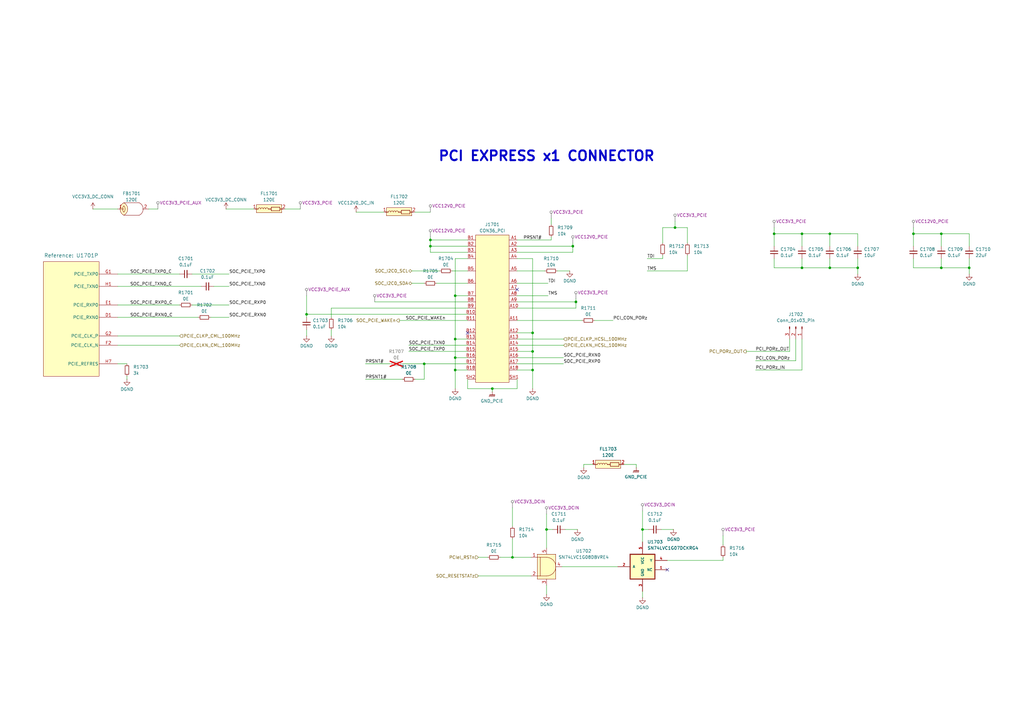
<source format=kicad_sch>
(kicad_sch (version 20250114) (generator "eeschema") (generator_version "9.0")
  (paper "A3")
  (title_block (title "Barre de son (base saine)") (date "2025-05-16") (rev "1.0") (company "NDH"))
  (lib_symbols
    (symbol "Connector:Conn_01x03_Pin" (pin_names (offset 1.016) (hide yes))
      (property "Reference" "J" (at 0 5.08 0))
      (property "Value" "Conn_01x03_Pin" (at 0 -5.08 0))
      (symbol "Conn_01x03_Pin_1_1"
        (pin passive line (at 5.08 2.54 180) (length 3.81) (name "Pin_1") (number "1"))
        (pin passive line (at 5.08 0 180) (length 3.81) (name "Pin_2") (number "2"))
        (pin passive line (at 5.08 -2.54 180) (length 3.81) (name "Pin_3") (number "3"))
      )
    )
    (symbol "Device:C_Small" (pin_numbers (hide yes)) (pin_names (offset 0.254) (hide yes))
      (property "Reference" "C" (at 0.254 1.778 0))
      (property "Value" "C_Small" (at 0.254 -2.032 0))
      (symbol "C_Small_1_1"
        (pin passive line (at 0 2.54 270) (length 2.032) (name "~") (number "1"))
        (pin passive line (at 0 -2.54 90) (length 2.032) (name "~") (number "2"))
      )
    )
    (symbol "Device:R_Small" (pin_numbers (hide yes)) (pin_names (offset 0.254) (hide yes))
      (property "Reference" "R" (at 0.762 0.508 0))
      (property "Value" "R_Small" (at 0.762 -1.016 0))
      (symbol "R_Small_1_1"
        (pin passive line (at 0 2.54 270) (length 0.762) (name "~") (number "1"))
        (pin passive line (at 0 -2.54 90) (length 0.762) (name "~") (number "2"))
      )
    )
    (symbol "Libglobal:66AK2G12ABY100" (pin_names (offset 0.254))
      (property "Reference" "U" (at -46.228 -50.8 0) (show_name))
      (symbol "66AK2G12ABY100_1_1"
        (pin bidirectional line (at -68.58 110.49 0) (length 7.62) (name "DDR3_DQS0_P") (number "AD1"))
        (pin bidirectional line (at -68.58 107.95 0) (length 7.62) (name "DDR3_DQS0_N") (number "AE2"))
        (pin bidirectional line (at -68.58 102.87 0) (length 7.62) (name "DDR3_DQS1_P") (number "AD4"))
        (pin bidirectional line (at -68.58 100.33 0) (length 7.62) (name "DDR3_DQS1_N") (number "AE4"))
        (pin bidirectional line (at -68.58 95.25 0) (length 7.62) (name "DDR3_DQS2_P") (number "AE6"))
        (pin bidirectional line (at -68.58 92.71 0) (length 7.62) (name "DDR3_DQS2_N") (number "AD6"))
        (pin bidirectional line (at -68.58 87.63 0) (length 7.62) (name "DDR3_DQS3_P") (number "AE9"))
        (pin bidirectional line (at -68.58 85.09 0) (length 7.62) (name "DDR3_DQS3_N") (number "AD9"))
        (pin bidirectional line (at -68.58 80.01 0) (length 7.62) (name "DDR3_CBDQS_P") (number "AE12"))
        (pin bidirectional line (at -68.58 77.47 0) (length 7.62) (name "DDR3_CBDQS_N") (number "AD12"))
        (pin tri_state line (at -68.58 72.39 0) (length 7.62) (name "DDR3_DQM0") (number "AB4"))
        (pin tri_state line (at -68.58 69.85 0) (length 7.62) (name "DDR3_DQM1") (number "AA5"))
        (pin tri_state line (at -68.58 67.31 0) (length 7.62) (name "DDR3_DQM2") (number "AC8"))
        (pin tri_state line (at -68.58 64.77 0) (length 7.62) (name "DDR3_DQM3") (number "AA9"))
        (pin bidirectional line (at -68.58 58.42 0) (length 7.62) (name "DDR3_CBDQM") (number "Y11"))
        (pin tri_state line (at -68.58 50.8 0) (length 7.62) (name "DDR3_ODT0") (number "AA13"))
        (pin bidirectional line (at -68.58 48.26 0) (length 7.62) (name "DDR3_ODT1") (number "Y12"))
        (pin bidirectional line (at -68.58 41.91 0) (length 7.62) (name "DDR3_CB00") (number "AA11"))
        (pin bidirectional line (at -68.58 39.37 0) (length 7.62) (name "DDR3_CB01") (number "AB11"))
        (pin bidirectional line (at -68.58 36.83 0) (length 7.62) (name "DDR3_CB02") (number "AC11"))
        (pin bidirectional line (at -68.58 34.29 0) (length 7.62) (name "DDR3_CB03") (number "AC12"))
        (pin tri_state line (at -68.58 27.94 0) (length 7.62) (name "DDR3_CKE0") (number "AB18"))
        (pin bidirectional line (at -68.58 25.4 0) (length 7.62) (name "DDR3_CKE1") (number "AC18"))
        (pin tri_state line (at -68.58 19.05 0) (length 7.62) (name "DDR3_CEn0") (number "AD13"))
        (pin bidirectional line (at -68.58 16.51 0) (length 7.62) (name "DDR3_CEn1") (number "AB12"))
        (pin tri_state line (at -68.58 10.16 0) (length 7.62) (name "DDR_CLK_N") (number "AD24"))
        (pin tri_state line (at -68.58 7.62 0) (length 7.62) (name "DDR_CLK_P") (number "AE24"))
        (pin tri_state line (at -68.58 1.27 0) (length 7.62) (name "DDR3_CLKOUT_P0") (number "AE15"))
        (pin tri_state line (at -68.58 -1.27 0) (length 7.62) (name "DDR3_CLKOUT_N0") (number "AD15"))
        (pin tri_state line (at -68.58 -7.62 0) (length 7.62) (name "DDR3_CLKOUT_P1") (number "AE16"))
        (pin tri_state line (at -68.58 -10.16 0) (length 7.62) (name "DDR3_CLKOUT_N1") (number "AD16"))
        (pin unspecified line (at -68.58 -16.51 0) (length 7.62) (name "DDR3_RZQ0") (number "W12"))
        (pin unspecified line (at -68.58 -19.05 0) (length 7.62) (name "DDR3_RZQ1") (number "V9"))
        (pin tri_state line (at -68.58 -25.4 0) (length 7.62) (name "DDR3_CASn") (number "AC13"))
        (pin tri_state line (at -68.58 -27.94 0) (length 7.62) (name "DDR3_RASn") (number "AE13"))
        (pin tri_state line (at -68.58 -34.29 0) (length 7.62) (name "DDR3_WEn") (number "Y13"))
        (pin tri_state line (at -68.58 -40.64 0) (length 7.62) (name "DDR3_RESETn") (number "Y18"))
        (pin tri_state line (at 2.54 110.49 180) (length 7.62) (name "DDR3_A00") (number "AC15"))
        (pin tri_state line (at 2.54 107.95 180) (length 7.62) (name "DDR3_A01") (number "Y15"))
        (pin tri_state line (at 2.54 105.41 180) (length 7.62) (name "DDR3_A02") (number "AC16"))
        (pin tri_state line (at 2.54 102.87 180) (length 7.62) (name "DDR3_A03") (number "AA15"))
        (pin tri_state line (at 2.54 100.33 180) (length 7.62) (name "DDR3_A04") (number "AB16"))
        (pin tri_state line (at 2.54 97.79 180) (length 7.62) (name "DDR3_A05") (number "AE17"))
        (pin tri_state line (at 2.54 95.25 180) (length 7.62) (name "DDR3_A06") (number "AC14"))
        (pin tri_state line (at 2.54 92.71 180) (length 7.62) (name "DDR3_A07") (number "AB15"))
        (pin tri_state line (at 2.54 90.17 180) (length 7.62) (name "DDR3_A08") (number "AC17"))
        (pin tri_state line (at 2.54 87.63 180) (length 7.62) (name "DDR3_A09") (number "AB17"))
        (pin tri_state line (at 2.54 85.09 180) (length 7.62) (name "DDR3_A10") (number "AB14"))
        (pin tri_state line (at 2.54 82.55 180) (length 7.62) (name "DDR3_A11") (number "AA16"))
        (pin tri_state line (at 2.54 80.01 180) (length 7.62) (name "DDR3_A12") (number "AA17"))
        (pin tri_state line (at 2.54 77.47 180) (length 7.62) (name "DDR3_A13") (number "AA12"))
        (pin tri_state line (at 2.54 74.93 180) (length 7.62) (name "DDR3_A14") (number "Y17"))
        (pin tri_state line (at 2.54 72.39 180) (length 7.62) (name "DDR3_A15") (number "Y16"))
        (pin tri_state line (at 2.54 66.04 180) (length 7.62) (name "DDR3_BA0") (number "AA14"))
        (pin tri_state line (at 2.54 62.23 180) (length 7.62) (name "DDR3_BA1") (number "AB13"))
        (pin tri_state line (at 2.54 58.42 180) (length 7.62) (name "DDR3_BA2") (number "AD17"))
        (pin bidirectional line (at 2.54 52.07 180) (length 7.62) (name "DDR3_D00") (number "AD2"))
        (pin bidirectional line (at 2.54 49.53 180) (length 7.62) (name "DDR3_D01") (number "Y4"))
        (pin bidirectional line (at 2.54 46.99 180) (length 7.62) (name "DDR3_D02") (number "AC3"))
        (pin bidirectional line (at 2.54 44.45 180) (length 7.62) (name "DDR3_D03") (number "AC2"))
        (pin bidirectional line (at 2.54 41.91 180) (length 7.62) (name "DDR3_D04") (number "AE3"))
        (pin bidirectional line (at 2.54 39.37 180) (length 7.62) (name "DDR3_D05") (number "AA4"))
        (pin bidirectional line (at 2.54 36.83 180) (length 7.62) (name "DDR3_D06") (number "AD3"))
        (pin bidirectional line (at 2.54 34.29 180) (length 7.62) (name "DDR3_D07") (number "AB3"))
        (pin bidirectional line (at 2.54 29.21 180) (length 7.62) (name "DDR3_D08") (number "AA6"))
        (pin bidirectional line (at 2.54 26.67 180) (length 7.62) (name "DDR3_D09") (number "Y7"))
        (pin bidirectional line (at 2.54 24.13 180) (length 7.62) (name "DDR3_D10") (number "Y6"))
        (pin bidirectional line (at 2.54 21.59 180) (length 7.62) (name "DDR3_D11") (number "AC5"))
        (pin bidirectional line (at 2.54 19.05 180) (length 7.62) (name "DDR3_D12") (number "AB6"))
        (pin bidirectional line (at 2.54 16.51 180) (length 7.62) (name "DDR3_D13") (number "Y5"))
        (pin bidirectional line (at 2.54 13.97 180) (length 7.62) (name "DDR3_D14") (number "AC4"))
        (pin bidirectional line (at 2.54 11.43 180) (length 7.62) (name "DDR3_D15") (number "AB5"))
        (pin bidirectional line (at 2.54 6.35 180) (length 7.62) (name "DDR3_D16") (number "AB7"))
        (pin bidirectional line (at 2.54 3.81 180) (length 7.62) (name "DDR3_D17") (number "AB8"))
        (pin bidirectional line (at 2.54 1.27 180) (length 7.62) (name "DDR3_D18") (number "AC7"))
        (pin bidirectional line (at 2.54 -1.27 180) (length 7.62) (name "DDR3_D19") (number "AA7"))
        (pin bidirectional line (at 2.54 -3.81 180) (length 7.62) (name "DDR3_D20") (number "AA8"))
        (pin bidirectional line (at 2.54 -6.35 180) (length 7.62) (name "DDR3_D21") (number "AC6"))
        (pin bidirectional line (at 2.54 -8.89 180) (length 7.62) (name "DDR3_D22") (number "AE7"))
        (pin bidirectional line (at 2.54 -11.43 180) (length 7.62) (name "DDR3_D23") (number "AD7"))
        (pin bidirectional line (at 2.54 -16.51 180) (length 7.62) (name "DDR3_D24") (number "AA10"))
        (pin bidirectional line (at 2.54 -19.05 180) (length 7.62) (name "DDR3_D25") (number "AE10"))
        (pin bidirectional line (at 2.54 -21.59 180) (length 7.62) (name "DDR3_D26") (number "AD10"))
        (pin bidirectional line (at 2.54 -24.13 180) (length 7.62) (name "DDR3_D27") (number "AC10"))
        (pin bidirectional line (at 2.54 -26.67 180) (length 7.62) (name "DDR3_D28") (number "AC9"))
        (pin bidirectional line (at 2.54 -29.21 180) (length 7.62) (name "DDR3_D29") (number "AB10"))
        (pin bidirectional line (at 2.54 -31.75 180) (length 7.62) (name "DDR3_D30") (number "AB9"))
        (pin bidirectional line (at 2.54 -34.29 180) (length 7.62) (name "DDR3_D31") (number "Y8"))
      )
      (symbol "66AK2G12ABY100_2_1"
        (pin bidirectional line (at -6.35 44.45 180) (length 7.62) (name "DSS_DATA0") (number "V22"))
        (pin bidirectional line (at -6.35 41.91 180) (length 7.62) (name "DSS_DATA1") (number "U21"))
        (pin bidirectional line (at -6.35 39.37 180) (length 7.62) (name "DSS_DATA2") (number "W22"))
        (pin bidirectional line (at -6.35 36.83 180) (length 7.62) (name "DSS_DATA3") (number "V23"))
        (pin bidirectional line (at -6.35 34.29 180) (length 7.62) (name "DSS_DATA4") (number "U23"))
        (pin bidirectional line (at -6.35 31.75 180) (length 7.62) (name "DSS_DATA5") (number "V24"))
        (pin bidirectional line (at -6.35 29.21 180) (length 7.62) (name "DSS_DATA6") (number "T21"))
        (pin bidirectional line (at -6.35 26.67 180) (length 7.62) (name "DSS_DATA7") (number "U22"))
        (pin bidirectional line (at -6.35 24.13 180) (length 7.62) (name "DSS_DATA8") (number "T22"))
        (pin bidirectional line (at -6.35 21.59 180) (length 7.62) (name "DSS_DATA9") (number "R21"))
        (pin bidirectional line (at -6.35 19.05 180) (length 7.62) (name "DSS_DATA10") (number "U24"))
        (pin bidirectional line (at -6.35 16.51 180) (length 7.62) (name "DSS_DATA11") (number "V25"))
        (pin bidirectional line (at -6.35 13.97 180) (length 7.62) (name "DSS_DATA12") (number "T24"))
        (pin bidirectional line (at -6.35 11.43 180) (length 7.62) (name "DSS_DATA13") (number "P21"))
        (pin bidirectional line (at -6.35 8.89 180) (length 7.62) (name "DSS_DATA14") (number "U25"))
        (pin bidirectional line (at -6.35 6.35 180) (length 7.62) (name "DSS_DATA15") (number "R22"))
        (pin bidirectional line (at -6.35 3.81 180) (length 7.62) (name "DSS_DATA16") (number "P23"))
        (pin bidirectional line (at -6.35 1.27 180) (length 7.62) (name "DSS_DATA17") (number "R24"))
        (pin bidirectional line (at -6.35 -1.27 180) (length 7.62) (name "DSS_DATA18") (number "N22"))
        (pin bidirectional line (at -6.35 -3.81 180) (length 7.62) (name "DSS_DATA19") (number "T25"))
        (pin bidirectional line (at -6.35 -6.35 180) (length 7.62) (name "DSS_DATA20") (number "N24"))
        (pin bidirectional line (at -6.35 -8.89 180) (length 7.62) (name "DSS_DATA21") (number "P24"))
        (pin bidirectional line (at -6.35 -11.43 180) (length 7.62) (name "DSS_DATA22") (number "P25"))
        (pin bidirectional line (at -6.35 -13.97 180) (length 7.62) (name "DSS_DATA23") (number "N23"))
        (pin bidirectional line (at -6.35 -20.32 180) (length 7.62) (name "DSS_VSYNC") (number "R25"))
        (pin bidirectional line (at -6.35 -24.13 180) (length 7.62) (name "DSS_HSYNC") (number "P22"))
        (pin bidirectional line (at -6.35 -27.94 180) (length 7.62) (name "DSS_PCLK") (number "N25"))
        (pin bidirectional line (at -6.35 -31.75 180) (length 7.62) (name "DSS_FID") (number "L25"))
        (pin bidirectional line (at -6.35 -35.56 180) (length 7.62) (name "DSS_DE") (number "M25"))
        (pin bidirectional line (at -6.35 -41.91 180) (length 7.62) (name "PR1_MDIO_DATA") (number "E18"))
      )
      (symbol "66AK2G12ABY100_3_1"
        (pin bidirectional line (at 1.27 71.12 180) (length 7.62) (name "PR1_PRU1_GPO0/PR1_PRU1_GPI0/GPIO1_26") (number "A14"))
        (pin bidirectional line (at 1.27 66.04 180) (length 7.62) (name "PR1_PRU1_GPO1/PR1_PRU1_GPI1/GPIO1_27") (number "B14"))
        (pin bidirectional line (at 1.27 60.96 180) (length 7.62) (name "PR1_PRU1_GPO2/PR1_PRU1_GPI2/GPIO1_28") (number "C14"))
        (pin bidirectional line (at 1.27 55.88 180) (length 7.62) (name "PR1_PRU1_GPO3/PR1_PRU1_GPI3/GPIO1_29") (number "E14"))
        (pin bidirectional line (at 1.27 50.8 180) (length 7.62) (name "PR1_PRU1_GPO4/PR1_PRU1_GPI4/GPIO1_30") (number "D14"))
        (pin bidirectional line (at 1.27 45.72 180) (length 7.62) (name "PR1_PRU1_GPO5/PR1_PRU1_GPI5/GPIO1_31") (number "A15"))
        (pin bidirectional line (at 1.27 40.64 180) (length 7.62) (name "PR1_PRU1_GPO6/PR1_PRU1_GPI6/GPIO1_32") (number "F14"))
        (pin bidirectional line (at 1.27 35.56 180) (length 7.62) (name "PR1_PRU1_GPO7/PR1_PRU1_GPI7/GPIO1_33") (number "B15"))
        (pin bidirectional line (at 1.27 30.48 180) (length 7.62) (name "PR1_PRU1_GPO8/PR1_PRU1_GPI8/GPIO1_34") (number "C15"))
        (pin bidirectional line (at 1.27 25.4 180) (length 7.62) (name "PR1_PRU1_GPO15/PR1_PRU1_GPI15/GPIO1_41") (number "C18"))
        (pin bidirectional line (at 1.27 19.05 180) (length 7.62) (name "PR1_PRU1_GPO16/PR1_PRU1_GPI16/GPIO1_42") (number "D16"))
        (pin bidirectional line (at 1.27 8.89 180) (length 7.62) (name "GPMC_BEn1/GPIO0_21") (number "AB24"))
        (pin bidirectional line (at 1.27 3.81 180) (length 7.62) (name "GPMC_CLK/GPIO0_16") (number "AB23"))
        (pin bidirectional line (at 1.27 -5.08 180) (length 7.62) (name "MII_RXER/RMII_RXER/GPIO0_82") (number "F23"))
        (pin bidirectional line (at 1.27 -11.43 180) (length 7.62) (name "MII_COL/GPIO0_83") (number "B25"))
        (pin bidirectional line (at 1.27 -17.78 180) (length 7.62) (name "MII_CRS/RMII_CRS_DV/GPIO0_84") (number "G22"))
        (pin bidirectional line (at 1.27 -29.21 180) (length 7.62) (name "SPI3_SCSn1/PR0_UART0_RXD/GPIO0_87") (number "E25"))
        (pin bidirectional line (at 1.27 -36.83 180) (length 7.62) (name "SPI1_SCSn1/GPIO0_100") (number "N3"))
      )
      (symbol "66AK2G12ABY100_4_1"
        (pin bidirectional line (at -15.24 -25.4 180) (length 7.62) (name "SPI0_SOMI") (number "M1"))
        (pin bidirectional line (at -15.24 -30.48 180) (length 7.62) (name "SPI0_SIMO") (number "N4"))
        (pin bidirectional line (at -15.24 -35.56 180) (length 7.62) (name "SPI0_CLK") (number "M2"))
        (pin bidirectional line (at -15.24 -40.64 180) (length 7.62) (name "SPI0_SCSn0") (number "M3"))
        (pin bidirectional line (at -15.24 -45.72 180) (length 7.62) (name "SPI0_SCSn1") (number "M4"))
      )
      (symbol "66AK2G12ABY100_5_1"
        (pin bidirectional line (at -7.62 31.75 180) (length 7.62) (name "GPMC_AD0") (number "AC21"))
        (pin bidirectional line (at -7.62 29.21 180) (length 7.62) (name "GPMC_AD1") (number "AE20"))
        (pin bidirectional line (at -7.62 26.67 180) (length 7.62) (name "GPMC_AD2") (number "AD22"))
        (pin bidirectional line (at -7.62 24.13 180) (length 7.62) (name "GPMC_AD3") (number "AD20"))
        (pin bidirectional line (at -7.62 21.59 180) (length 7.62) (name "GPMC_AD4") (number "AE21"))
        (pin bidirectional line (at -7.62 19.05 180) (length 7.62) (name "GPMC_AD5") (number "AE22"))
        (pin bidirectional line (at -7.62 16.51 180) (length 7.62) (name "GPMC_AD6") (number "AC20"))
        (pin bidirectional line (at -7.62 13.97 180) (length 7.62) (name "GPMC_AD7") (number "AD21"))
        (pin bidirectional line (at -7.62 11.43 180) (length 7.62) (name "GPMC_AD8") (number "AE23"))
        (pin bidirectional line (at -7.62 8.89 180) (length 7.62) (name "GPMC_AD9") (number "AB20"))
        (pin bidirectional line (at -7.62 6.35 180) (length 7.62) (name "GPMC_AD10") (number "AA20"))
        (pin bidirectional line (at -7.62 3.81 180) (length 7.62) (name "GPMC_AD11") (number "AD23"))
        (pin bidirectional line (at -7.62 1.27 180) (length 7.62) (name "GPMC_AD12") (number "AA21"))
        (pin bidirectional line (at -7.62 -1.27 180) (length 7.62) (name "GPMC_AD13") (number "AB21"))
        (pin bidirectional line (at -7.62 -3.81 180) (length 7.62) (name "GPMC_AD14") (number "AB22"))
        (pin bidirectional line (at -7.62 -6.35 180) (length 7.62) (name "GPMC_AD15") (number "AA22"))
        (pin bidirectional line (at -7.62 -16.51 180) (length 7.62) (name "GPMC_ADVn_ALE") (number "AC23"))
        (pin bidirectional line (at -7.62 -19.05 180) (length 7.62) (name "GPMC_OEn_REn") (number "AC22"))
        (pin bidirectional line (at -7.62 -21.59 180) (length 7.62) (name "GPMC_WEn") (number "Y22"))
        (pin bidirectional line (at -7.62 -24.13 180) (length 7.62) (name "GPMC_BEn0_CLE") (number "AC24"))
        (pin bidirectional line (at -7.62 -26.67 180) (length 7.62) (name "GPMC_WAIT0") (number "Y24"))
        (pin bidirectional line (at -7.62 -36.83 180) (length 7.62) (name "GPMC_WPn") (number "W25"))
        (pin bidirectional line (at -7.62 -43.18 180) (length 7.62) (name "GPMC_CSn0") (number "AB25"))
      )
      (symbol "66AK2G12ABY100_6_1"
        (pin bidirectional line (at -11.43 8.89 180) (length 7.62) (name "MMC1_DAT0") (number "H3"))
        (pin bidirectional line (at -11.43 3.81 180) (length 7.62) (name "MMC1_DAT1") (number "F5"))
        (pin bidirectional line (at -11.43 -1.27 180) (length 7.62) (name "MMC1_DAT2") (number "J5"))
        (pin bidirectional line (at -11.43 -6.35 180) (length 7.62) (name "MMC1_DAT3") (number "H4"))
        (pin bidirectional line (at -11.43 -11.43 180) (length 7.62) (name "MMC1_DAT4") (number "E3"))
        (pin bidirectional line (at -11.43 -13.97 180) (length 7.62) (name "MMC1_DAT5") (number "G4"))
        (pin bidirectional line (at -11.43 -16.51 180) (length 7.62) (name "MMC1_DAT6") (number "F4"))
        (pin bidirectional line (at -11.43 -19.05 180) (length 7.62) (name "MMC1_DAT7") (number "G5"))
        (pin bidirectional line (at -11.43 -24.13 180) (length 7.62) (name "MMC1_CLK") (number "J4"))
        (pin bidirectional line (at -11.43 -29.21 180) (length 7.62) (name "MMC1_CMD") (number "J2"))
        (pin bidirectional line (at -11.43 -34.29 180) (length 7.62) (name "MMC1_POW") (number "K2"))
        (pin bidirectional line (at -11.43 -36.83 180) (length 7.62) (name "MMC1_SDCD") (number "J3"))
        (pin bidirectional line (at -11.43 -43.18 180) (length 7.62) (name "MMC1_SDWP") (number "K3"))
      )
      (symbol "66AK2G12ABY100_7_1"
        (pin bidirectional line (at -13.97 29.21 180) (length 7.62) (name "MII_TXD0") (number "G23"))
        (pin bidirectional line (at -13.97 24.13 180) (length 7.62) (name "MII_TXD1") (number "G24"))
        (pin bidirectional line (at -13.97 19.05 180) (length 7.62) (name "MII_TXD2") (number "G25"))
        (pin bidirectional line (at -13.97 13.97 180) (length 7.62) (name "MII_TXD3") (number "D25"))
        (pin bidirectional line (at -13.97 6.35 180) (length 7.62) (name "MII_TXCLK") (number "C25"))
        (pin bidirectional line (at -13.97 1.27 180) (length 7.62) (name "MII_TXEN") (number "H25"))
        (pin bidirectional line (at -13.97 -6.35 180) (length 7.62) (name "MDIO_CLK") (number "U3"))
        (pin bidirectional line (at -13.97 -10.16 180) (length 7.62) (name "MDIO_DATA") (number "V3"))
        (pin bidirectional line (at -13.97 -17.78 180) (length 7.62) (name "MII_RXCLK") (number "A22"))
        (pin bidirectional line (at -13.97 -22.86 180) (length 7.62) (name "MII_RXDV") (number "A24"))
        (pin bidirectional line (at -13.97 -30.48 180) (length 7.62) (name "MII_RXD0") (number "B24"))
        (pin bidirectional line (at -13.97 -35.56 180) (length 7.62) (name "MII_RXD1") (number "C23"))
        (pin bidirectional line (at -13.97 -40.64 180) (length 7.62) (name "MII_RXD2") (number "B23"))
        (pin bidirectional line (at -13.97 -45.72 180) (length 7.62) (name "MII_RXD3") (number "F22"))
      )
      (symbol "66AK2G12ABY100_8_1"
        (pin input line (at -10.16 -5.08 180) (length 7.62) (name "NMIn") (number "W1"))
        (pin input line (at -10.16 -10.16 180) (length 7.62) (name "PORn") (number "AA3"))
        (pin input line (at -10.16 -15.24 180) (length 7.62) (name "LRESETNMIENn") (number "V1"))
        (pin input line (at -10.16 -20.32 180) (length 7.62) (name "LRESETn") (number "V2"))
        (pin input line (at -10.16 -25.4 180) (length 7.62) (name "RESETn") (number "W3"))
        (pin input line (at -10.16 -30.48 180) (length 7.62) (name "RESETFULLn") (number "W2"))
        (pin output line (at -10.16 -38.1 180) (length 7.62) (name "RESETSTATn") (number "Y2"))
        (pin tri_state line (at -10.16 -45.72 180) (length 7.62) (name "BOOTCOMPLETE") (number "Y3"))
      )
      (symbol "66AK2G12ABY100_9_1"
        (pin input line (at -69.85 8.89 0) (length 7.62) (name "AUDOSC_IN") (number "C17"))
        (pin output line (at -69.85 3.81 0) (length 7.62) (name "AUDOSC_OUT") (number "A17"))
        (pin power_in line (at -69.85 -1.27 0) (length 7.62) (name "VSS_OSC_AUDIO") (number "B17"))
        (pin output line (at -69.85 -12.7 0) (length 7.62) (name "USB1_XO") (number "C20"))
        (pin output line (at -69.85 -17.78 0) (length 7.62) (name "USB0_XO") (number "D19"))
        (pin tri_state line (at -69.85 -26.67 0) (length 7.62) (name "OBSPLL_LOCK") (number "N5"))
        (pin output line (at -69.85 -30.48 0) (length 7.62) (name "OBSCLK_P") (number "K1"))
        (pin output line (at -69.85 -34.29 0) (length 7.62) (name "OBSCLK_N") (number "L1"))
        (pin output line (at -69.85 -44.45 0) (length 7.62) (name "RMII_REFCLK/PR0_eCAP0_eCAP_SYNCOUT") (number "D24"))
        (pin input line (at 6.35 8.89 180) (length 7.62) (name "SYSOSC_IN") (number "AC19"))
        (pin output line (at 6.35 3.81 180) (length 7.62) (name "SYSOSC_OUT") (number "AE19"))
        (pin power_in line (at 6.35 -1.27 180) (length 7.62) (name "VSS_OSC_SYS") (number "AD19"))
        (pin input line (at 6.35 -10.16 180) (length 7.62) (name "SYSCLK_P") (number "AD25"))
        (pin input line (at 6.35 -15.24 180) (length 7.62) (name "SYSCLK_N") (number "AC25"))
        (pin input line (at 6.35 -24.13 180) (length 7.62) (name "SYSCLKSEL") (number "R1"))
        (pin tri_state line (at 6.35 -30.48 180) (length 7.62) (name "SYSCLKOUT") (number "M21"))
        (pin input line (at 6.35 -39.37 180) (length 7.62) (name "CPTS_REFCLK_P") (number "K21"))
        (pin input line (at 6.35 -44.45 180) (length 7.62) (name "CPTS_REFCLK_N") (number "L21"))
      )
      (symbol "66AK2G12ABY100_10_1"
        (pin input line (at -17.78 -17.78 180) (length 7.62) (name "TDI") (number "L5"))
        (pin tri_state line (at -17.78 -21.59 180) (length 7.62) (name "TDO") (number "K5"))
        (pin input line (at -17.78 -25.4 180) (length 7.62) (name "TCK") (number "L3"))
        (pin input line (at -17.78 -29.21 180) (length 7.62) (name "TMS") (number "K4"))
        (pin input line (at -17.78 -33.02 180) (length 7.62) (name "TRSTn") (number "L4"))
        (pin bidirectional line (at -17.78 -39.37 180) (length 7.62) (name "EMU00") (number "M22"))
        (pin bidirectional line (at -17.78 -45.72 180) (length 7.62) (name "EMU01") (number "L22"))
      )
      (symbol "66AK2G12ABY100_11_1"
        (pin bidirectional line (at -10.16 5.08 180) (length 7.62) (name "MLBP_DAT_P") (number "K23"))
        (pin bidirectional line (at -10.16 0 180) (length 7.62) (name "MLBP_DAT_N") (number "K22"))
        (pin bidirectional line (at -10.16 -6.35 180) (length 7.62) (name "MLBP_SIG_P") (number "L24"))
        (pin bidirectional line (at -10.16 -11.43 180) (length 7.62) (name "MLBP_SIG_N") (number "M24"))
        (pin input line (at -10.16 -19.05 180) (length 7.62) (name "MLBP_CLK_P") (number "M23"))
        (pin input line (at -10.16 -24.13 180) (length 7.62) (name "MLBP_CLK_N") (number "L23"))
        (pin bidirectional line (at -10.16 -34.29 180) (length 7.62) (name "GPMC_WAIT1") (number "AA24"))
        (pin bidirectional line (at -10.16 -39.37 180) (length 7.62) (name "GPMC_DIR") (number "AA25"))
        (pin bidirectional line (at -10.16 -44.45 180) (length 7.62) (name "GPMC_CSn1") (number "W24"))
      )
      (symbol "66AK2G12ABY100_12_1"
        (pin bidirectional line (at -13.97 -13.97 180) (length 7.62) (name "USB1_DP") (number "B20"))
        (pin bidirectional line (at -13.97 -17.78 180) (length 7.62) (name "USB1_DM") (number "A20"))
        (pin unspecified line (at -13.97 -25.4 180) (length 7.62) (name "USB1_ID") (number "E20"))
        (pin unspecified line (at -13.97 -30.48 180) (length 7.62) (name "USB1_VBUS") (number "A21"))
        (pin tri_state line (at -13.97 -38.1 180) (length 7.62) (name "USB1_DRVVBUS") (number "B21"))
        (pin unspecified line (at -13.97 -45.72 180) (length 7.62) (name "USB1_TXRTUNE_RKELVIN") (number "D20"))
      )
      (symbol "66AK2G12ABY100_13_1"
        (pin bidirectional line (at -16.51 -38.1 180) (length 7.62) (name "I2C0_SCL") (number "U5"))
        (pin bidirectional line (at -16.51 -45.72 180) (length 7.62) (name "I2C0_SDA") (number "W5"))
      )
      (symbol "66AK2G12ABY100_14_1"
        (pin bidirectional line (at -7.62 -7.62 180) (length 7.62) (name "QSPI_D0") (number "J23"))
        (pin bidirectional line (at -7.62 -11.43 180) (length 7.62) (name "QSPI_D1") (number "J22"))
        (pin bidirectional line (at -7.62 -15.24 180) (length 7.62) (name "QSPI_D2") (number "J21"))
        (pin bidirectional line (at -7.62 -19.05 180) (length 7.62) (name "QSPI_D3") (number "J24"))
        (pin bidirectional line (at -7.62 -25.4 180) (length 7.62) (name "QSPI_CSn0") (number "J25"))
        (pin bidirectional line (at -7.62 -31.75 180) (length 7.62) (name "QSPI_CLK") (number "K25"))
        (pin bidirectional line (at -7.62 -38.1 180) (length 7.62) (name "QSPI_RCLK") (number "K24"))
        (pin bidirectional line (at -7.62 -45.72 180) (length 7.62) (name "QSPI_CSn1") (number "H23"))
      )
      (symbol "66AK2G12ABY100_15_1"
        (pin tri_state line (at -15.24 -34.29 180) (length 7.62) (name "UART0_TXD") (number "T1"))
        (pin input line (at -15.24 -38.1 180) (length 7.62) (name "UART0_RXD") (number "T4"))
        (pin bidirectional line (at -15.24 -41.91 180) (length 7.62) (name "UART0_CTSn") (number "T2"))
        (pin bidirectional line (at -15.24 -45.72 180) (length 7.62) (name "UART0_RTSn") (number "U1"))
      )
      (symbol "66AK2G12ABY100_16_1"
        (pin output line (at -13.97 -6.35 180) (length 7.62) (name "PCIE_TXP0") (number "G1"))
        (pin output line (at -13.97 -11.43 180) (length 7.62) (name "PCIE_TXN0") (number "H1"))
        (pin input line (at -13.97 -19.05 180) (length 7.62) (name "PCIE_RXP0") (number "E1"))
        (pin input line (at -13.97 -24.13 180) (length 7.62) (name "PCIE_RXN0") (number "D1"))
        (pin input line (at -13.97 -31.75 180) (length 7.62) (name "PCIE_CLK_P") (number "G2"))
        (pin input line (at -13.97 -35.56 180) (length 7.62) (name "PCIE_CLK_N") (number "F2"))
        (pin unspecified line (at -13.97 -43.18 180) (length 7.62) (name "PCIE_REFRES") (number "H7"))
      )
      (symbol "66AK2G12ABY100_17_1"
        (pin bidirectional line (at -8.89 -30.48 180) (length 7.62) (name "DCAN0_TX") (number "P5"))
        (pin bidirectional line (at -8.89 -35.56 180) (length 7.62) (name "DCAN0_RX") (number "R5"))
        (pin bidirectional line (at -8.89 -43.18 180) (length 7.62) (name "QSPI_CSn2") (number "H22"))
        (pin bidirectional line (at -8.89 -46.99 180) (length 7.62) (name "QSPI_CSn3") (number "H21"))
      )
      (symbol "66AK2G12ABY100_18_1"
        (pin bidirectional line (at -6.35 3.81 180) (length 7.62) (name "eHRPWM3_A") (number "A23"))
        (pin bidirectional line (at -6.35 0 180) (length 7.62) (name "eHRPWM3_B") (number "B22"))
        (pin bidirectional line (at -6.35 -3.81 180) (length 7.62) (name "MII_TXER") (number "H24"))
        (pin bidirectional line (at -6.35 -7.62 180) (length 7.62) (name "eHRPWM3_SYNCO") (number "D23"))
        (pin bidirectional line (at -6.35 -11.43 180) (length 7.62) (name "eHRPWM3_SYNCI") (number "C22"))
        (pin bidirectional line (at -6.35 -17.78 180) (length 7.62) (name "PR1_PRU0_GPO18") (number "D12"))
        (pin bidirectional line (at -6.35 -21.59 180) (length 7.62) (name "PR1_PRU0_GPO19") (number "D13"))
        (pin bidirectional line (at -6.35 -25.4 180) (length 7.62) (name "PR1_PRU0_GPO17") (number "E13"))
        (pin bidirectional line (at -6.35 -31.75 180) (length 7.62) (name "PR1_PRU1_GPO18") (number "E17"))
        (pin bidirectional line (at -6.35 -35.56 180) (length 7.62) (name "PR1_PRU1_GPO19") (number "E16"))
        (pin bidirectional line (at -6.35 -39.37 180) (length 7.62) (name "PR1_PRU1_GPO17") (number "F16"))
        (pin bidirectional line (at -6.35 -45.72 180) (length 7.62) (name "PR1_MDIO_MDCLK") (number "D18"))
      )
      (symbol "66AK2G12ABY100_19_1"
        (pin unspecified line (at -8.89 -3.81 180) (length 7.62) (name "RSV1") (number "AA19"))
        (pin input line (at -8.89 -7.62 180) (length 7.62) (name "RSV2") (number "AB19"))
        (pin unspecified line (at -8.89 -11.43 180) (length 7.62) (name "RSV3") (number "Y20"))
        (pin unspecified line (at -8.89 -15.24 180) (length 7.62) (name "RSV4") (number "W19"))
        (pin unspecified line (at -8.89 -19.05 180) (length 7.62) (name "RSV5") (number "D2"))
        (pin input line (at -8.89 -22.86 180) (length 7.62) (name "RSV6") (number "L2"))
        (pin unspecified line (at -8.89 -26.67 180) (length 7.62) (name "RSV7") (number "G3"))
        (pin unspecified line (at -8.89 -30.48 180) (length 7.62) (name "RSV8") (number "F18"))
        (pin unspecified line (at -8.89 -34.29 180) (length 7.62) (name "RSV9") (number "H2"))
        (pin tri_state line (at -8.89 -38.1 180) (length 7.62) (name "RSV10") (number "AA18"))
        (pin tri_state line (at -8.89 -41.91 180) (length 7.62) (name "RSV11") (number "Y19"))
        (pin unspecified line (at -8.89 -45.72 180) (length 7.62) (name "RSV12") (number "Y14"))
      )
      (symbol "66AK2G12ABY100_20_1"
        (pin power_in line (at -57.15 46.99 0) (length 7.62) (name "CVDD") (number "N14"))
        (pin power_in line (at -57.15 43.18 0) (length 7.62) (name "CVDD") (number "N12"))
        (pin power_in line (at -57.15 39.37 0) (length 7.62) (name "CVDD") (number "N10"))
        (pin power_in line (at -57.15 35.56 0) (length 7.62) (name "CVDD") (number "M17"))
        (pin power_in line (at -57.15 31.75 0) (length 7.62) (name "CVDD") (number "M15"))
        (pin power_in line (at -57.15 27.94 0) (length 7.62) (name "CVDD") (number "M13"))
        (pin power_in line (at -57.15 24.13 0) (length 7.62) (name "CVDD") (number "M11"))
        (pin power_in line (at -57.15 20.32 0) (length 7.62) (name "CVDD") (number "M9"))
        (pin power_in line (at -57.15 16.51 0) (length 7.62) (name "CVDD") (number "L18"))
        (pin power_in line (at -57.15 12.7 0) (length 7.62) (name "CVDD") (number "L16"))
        (pin power_in line (at -57.15 8.89 0) (length 7.62) (name "CVDD") (number "L14"))
        (pin power_in line (at -57.15 5.08 0) (length 7.62) (name "CVDD") (number "L12"))
        (pin power_in line (at -57.15 1.27 0) (length 7.62) (name "CVDD") (number "L10"))
        (pin power_in line (at -57.15 -2.54 0) (length 7.62) (name "CVDD") (number "K17"))
        (pin power_in line (at -57.15 -6.35 0) (length 7.62) (name "CVDD") (number "K15"))
        (pin power_in line (at -57.15 -10.16 0) (length 7.62) (name "CVDD") (number "K13"))
        (pin power_in line (at -57.15 -13.97 0) (length 7.62) (name "CVDD") (number "K11"))
        (pin power_in line (at -57.15 -17.78 0) (length 7.62) (name "CVDD") (number "K9"))
        (pin power_in line (at -57.15 -21.59 0) (length 7.62) (name "CVDD") (number "J16"))
        (pin power_in line (at -57.15 -29.21 0) (length 7.62) (name "CVDD1") (number "T13"))
        (pin power_in line (at -57.15 -33.02 0) (length 7.62) (name "CVDD1") (number "N18"))
        (pin power_in line (at -57.15 -36.83 0) (length 7.62) (name "CVDD1") (number "N8"))
        (pin power_in line (at -57.15 -40.64 0) (length 7.62) (name "CVDD1") (number "J12"))
        (pin power_in line (at -57.15 -44.45 0) (length 7.62) (name "CVDD1") (number "M5"))
        (pin power_in line (at -6.35 46.99 180) (length 7.62) (name "CVDD") (number "N16"))
        (pin power_in line (at -6.35 43.18 180) (length 7.62) (name "CVDD") (number "P9"))
        (pin power_in line (at -6.35 39.37 180) (length 7.62) (name "CVDD") (number "P11"))
        (pin power_in line (at -6.35 35.56 180) (length 7.62) (name "CVDD") (number "P13"))
        (pin power_in line (at -6.35 31.75 180) (length 7.62) (name "CVDD") (number "P15"))
        (pin power_in line (at -6.35 27.94 180) (length 7.62) (name "CVDD") (number "P17"))
        (pin power_in line (at -6.35 24.13 180) (length 7.62) (name "CVDD") (number "R8"))
        (pin power_in line (at -6.35 20.32 180) (length 7.62) (name "CVDD") (number "R10"))
        (pin power_in line (at -6.35 16.51 180) (length 7.62) (name "CVDD") (number "R12"))
        (pin power_in line (at -6.35 12.7 180) (length 7.62) (name "CVDD") (number "R14"))
        (pin power_in line (at -6.35 8.89 180) (length 7.62) (name "CVDD") (number "R16"))
        (pin power_in line (at -6.35 5.08 180) (length 7.62) (name "CVDD") (number "R18"))
        (pin power_in line (at -6.35 1.27 180) (length 7.62) (name "CVDD") (number "T9"))
        (pin power_in line (at -6.35 -2.54 180) (length 7.62) (name "CVDD") (number "T11"))
        (pin power_in line (at -6.35 -6.35 180) (length 7.62) (name "CVDD") (number "T15"))
        (pin power_in line (at -6.35 -10.16 180) (length 7.62) (name "CVDD") (number "T17"))
        (pin power_in line (at -6.35 -13.97 180) (length 7.62) (name "CVDD") (number "U16"))
        (pin power_in line (at -6.35 -17.78 180) (length 7.62) (name "CVDD") (number "J10"))
        (pin power_in line (at -6.35 -21.59 180) (length 7.62) (name "CVDD") (number "J14"))
      )
      (symbol "66AK2G12ABY100_21_1"
        (pin power_in line (at -2.54 50.8 180) (length 7.62) (name "DVDD33") (number "H9"))
        (pin power_in line (at -2.54 46.99 180) (length 7.62) (name "DVDD33") (number "AA23"))
        (pin power_in line (at -2.54 43.18 180) (length 7.62) (name "DVDD33") (number "E23"))
        (pin power_in line (at -2.54 39.37 180) (length 7.62) (name "DVDD33") (number "F21"))
        (pin power_in line (at -2.54 35.56 180) (length 7.62) (name "DVDD33") (number "G20"))
        (pin power_in line (at -2.54 31.75 180) (length 7.62) (name "DVDD33") (number "J20"))
        (pin power_in line (at -2.54 27.94 180) (length 7.62) (name "DVDD33") (number "P19"))
        (pin power_in line (at -2.54 24.13 180) (length 7.62) (name "DVDD33") (number "R20"))
        (pin power_in line (at -2.54 20.32 180) (length 7.62) (name "DVDD33") (number "T19"))
        (pin power_in line (at -2.54 16.51 180) (length 7.62) (name "DVDD33") (number "U20"))
        (pin power_in line (at -2.54 12.7 180) (length 7.62) (name "DVDD33") (number "V21"))
        (pin power_in line (at -2.54 8.89 180) (length 7.62) (name "DVDD33") (number "F7"))
        (pin power_in line (at -2.54 5.08 180) (length 7.62) (name "DVDD33") (number "F11"))
        (pin power_in line (at -2.54 1.27 180) (length 7.62) (name "DVDD33") (number "F15"))
        (pin power_in line (at -2.54 -2.54 180) (length 7.62) (name "DVDD33") (number "G12"))
        (pin power_in line (at -2.54 -6.35 180) (length 7.62) (name "DVDD33") (number "G16"))
        (pin power_in line (at -2.54 -10.16 180) (length 7.62) (name "DVDD33") (number "H11"))
        (pin power_in line (at -2.54 -13.97 180) (length 7.62) (name "DVDD33") (number "H13"))
        (pin power_in line (at -2.54 -17.78 180) (length 7.62) (name "DVDD33") (number "H15"))
        (pin power_in line (at -2.54 -21.59 180) (length 7.62) (name "DVDD33") (number "P7"))
        (pin power_in line (at -2.54 -25.4 180) (length 7.62) (name "DVDD33") (number "R6"))
        (pin power_in line (at -2.54 -29.21 180) (length 7.62) (name "DVDD33") (number "T23"))
        (pin power_in line (at -2.54 -33.02 180) (length 7.62) (name "DVDD33") (number "T7"))
        (pin power_in line (at -2.54 -40.64 180) (length 7.62) (name "DVDD33_USB") (number "H17"))
        (pin power_in line (at -2.54 -43.18 180) (length 7.62) (name "DVDD33_USB") (number "G18"))
      )
      (symbol "66AK2G12ABY100_22_1"
        (pin power_in line (at -67.31 15.24 0) (length 7.62) (name "DVDD18") (number "F17"))
        (pin power_in line (at -67.31 12.7 0) (length 7.62) (name "DVDD18") (number "L20"))
        (pin power_in line (at -67.31 10.16 0) (length 7.62) (name "DVDD18") (number "K19"))
        (pin power_in line (at -67.31 7.62 0) (length 7.62) (name "DVDD18") (number "M7"))
        (pin power_in line (at -67.31 5.08 0) (length 7.62) (name "DVDD18") (number "L6"))
        (pin power_in line (at -67.31 2.54 0) (length 7.62) (name "DVDD18") (number "W6"))
        (pin power_in line (at -67.31 0 0) (length 7.62) (name "DVDD18") (number "U6"))
        (pin power_in line (at -67.31 -2.54 0) (length 7.62) (name "DVDD18") (number "U18"))
        (pin power_in line (at -67.31 -5.08 0) (length 7.62) (name "DVDD18") (number "V19"))
        (pin power_in line (at -67.31 -7.62 0) (length 7.62) (name "DVDD18") (number "J6"))
        (pin power_in line (at -67.31 -10.16 0) (length 7.62) (name "DVDD18") (number "H5"))
        (pin power_in line (at -67.31 -13.97 0) (length 7.62) (name "DVDD18") (number "G6"))
        (pin power_in line (at -67.31 -16.51 0) (length 7.62) (name "DVDD18") (number "F19"))
        (pin power_in line (at 1.27 15.24 180) (length 7.62) (name "DVDD_DDR") (number "AD5"))
        (pin power_in line (at 1.27 12.7 180) (length 7.62) (name "DVDD_DDR") (number "AD11"))
        (pin power_in line (at 1.27 10.16 180) (length 7.62) (name "DVDD_DDR") (number "AD18"))
        (pin power_in line (at 1.27 7.62 180) (length 7.62) (name "DVDD_DDR") (number "U8"))
        (pin power_in line (at 1.27 5.08 180) (length 7.62) (name "DVDD_DDR") (number "U10"))
        (pin power_in line (at 1.27 2.54 180) (length 7.62) (name "DVDD_DDR") (number "U12"))
        (pin power_in line (at 1.27 0 180) (length 7.62) (name "DVDD_DDR") (number "U14"))
        (pin power_in line (at 1.27 -2.54 180) (length 7.62) (name "DVDD_DDR") (number "V7"))
        (pin power_in line (at 1.27 -5.08 180) (length 7.62) (name "DVDD_DDR") (number "V11"))
        (pin power_in line (at 1.27 -7.62 180) (length 7.62) (name "DVDD_DDR") (number "V13"))
        (pin power_in line (at 1.27 -10.16 180) (length 7.62) (name "DVDD_DDR") (number "V15"))
        (pin power_in line (at 1.27 -12.7 180) (length 7.62) (name "DVDD_DDR") (number "V17"))
        (pin power_in line (at 1.27 -15.24 180) (length 7.62) (name "DVDD_DDR") (number "W16"))
        (pin power_in line (at 1.27 -17.78 180) (length 7.62) (name "DVDD_DDR") (number "W18"))
        (pin power_in line (at 1.27 -20.32 180) (length 7.62) (name "DVDD_DDR") (number "AE8"))
        (pin power_in line (at 1.27 -22.86 180) (length 7.62) (name "DVDD_DDR") (number "AE14"))
        (pin unspecified line (at 1.27 -33.02 180) (length 7.62) (name "DDR3_VREFSSTL") (number "Y9"))
      )
      (symbol "66AK2G12ABY100_23_1"
        (pin power_in line (at -8.89 21.59 180) (length 7.62) (name "DVDD_DDRDLL") (number "W8"))
        (pin power_in line (at -8.89 19.05 180) (length 7.62) (name "DVDD_DDRDLL") (number "W10"))
        (pin power_in line (at -8.89 16.51 180) (length 7.62) (name "DVDD_DDRDLL") (number "W14"))
        (pin power_in line (at -8.89 10.16 180) (length 7.62) (name "AVDDA_DDRPLL") (number "W20"))
        (pin power_in line (at -8.89 6.35 180) (length 7.62) (name "AVDDA_DSSPLL") (number "N20"))
        (pin power_in line (at -8.89 2.54 180) (length 7.62) (name "AVDDA_MAINPLL") (number "M19"))
        (pin power_in line (at -8.89 -1.27 180) (length 7.62) (name "AVDDA_NSSPLL") (number "G14"))
        (pin power_in line (at -8.89 -5.08 180) (length 7.62) (name "AVDDA_UARTPLL") (number "G10"))
        (pin power_in line (at -8.89 -8.89 180) (length 7.62) (name "AVDDA_ICSSPLL") (number "G8"))
        (pin power_in line (at -8.89 -12.7 180) (length 7.62) (name "AVDDA_ARMPLL") (number "N6"))
        (pin power_in line (at -8.89 -20.32 180) (length 7.62) (name "VDDAHV") (number "K7"))
        (pin unspecified line (at -8.89 -26.67 180) (length 7.62) (name "LDO_PCIE_CAP") (number "J8"))
        (pin unspecified line (at -8.89 -29.21 180) (length 7.62) (name "LDO_PCIE_CAP") (number "L8"))
        (pin unspecified line (at -8.89 -35.56 180) (length 7.62) (name "LDO_USB_CAP") (number "J18"))
        (pin unspecified line (at -8.89 -38.1 180) (length 7.62) (name "LDO_USB_CAP") (number "H19"))
        (pin power_in line (at -8.89 -44.45 180) (length 7.62) (name "VPP1") (number "Y21"))
        (pin power_in line (at -8.89 -46.99 180) (length 7.62) (name "VPP2") (number "W21"))
      )
      (symbol "66AK2G12ABY100_24_1"
        (pin power_in line (at -20.32 73.66 0) (length 7.62) (name "VSS") (number "A1"))
        (pin power_in line (at -20.32 71.12 0) (length 7.62) (name "VSS") (number "A25"))
        (pin power_in line (at -20.32 68.58 0) (length 7.62) (name "VSS") (number "C1"))
        (pin power_in line (at -20.32 66.04 0) (length 7.62) (name "VSS") (number "E2"))
        (pin power_in line (at -20.32 63.5 0) (length 7.62) (name "VSS") (number "E22"))
        (pin power_in line (at -20.32 60.96 0) (length 7.62) (name "VSS") (number "F1"))
        (pin power_in line (at -20.32 58.42 0) (length 7.62) (name "VSS") (number "F3"))
        (pin power_in line (at -20.32 55.88 0) (length 7.62) (name "VSS") (number "F6"))
        (pin power_in line (at -20.32 53.34 0) (length 7.62) (name "VSS") (number "F8"))
        (pin power_in line (at -20.32 50.8 0) (length 7.62) (name "VSS") (number "F20"))
        (pin power_in line (at -20.32 48.26 0) (length 7.62) (name "VSS") (number "G7"))
        (pin power_in line (at -20.32 45.72 0) (length 7.62) (name "VSS") (number "G9"))
        (pin power_in line (at -20.32 43.18 0) (length 7.62) (name "VSS") (number "G11"))
        (pin power_in line (at -20.32 40.64 0) (length 7.62) (name "VSS") (number "G13"))
        (pin power_in line (at -20.32 38.1 0) (length 7.62) (name "VSS") (number "G15"))
        (pin power_in line (at -20.32 35.56 0) (length 7.62) (name "VSS") (number "G17"))
        (pin power_in line (at -20.32 33.02 0) (length 7.62) (name "VSS") (number "G19"))
        (pin power_in line (at -20.32 30.48 0) (length 7.62) (name "VSS") (number "G21"))
        (pin power_in line (at -20.32 27.94 0) (length 7.62) (name "VSS") (number "H6"))
        (pin power_in line (at -20.32 25.4 0) (length 7.62) (name "VSS") (number "H8"))
        (pin power_in line (at -20.32 22.86 0) (length 7.62) (name "VSS") (number "H10"))
        (pin power_in line (at -20.32 20.32 0) (length 7.62) (name "VSS") (number "H12"))
        (pin power_in line (at -20.32 17.78 0) (length 7.62) (name "VSS") (number "H14"))
        (pin power_in line (at -20.32 15.24 0) (length 7.62) (name "VSS") (number "H16"))
        (pin power_in line (at -20.32 12.7 0) (length 7.62) (name "VSS") (number "H18"))
        (pin power_in line (at -20.32 10.16 0) (length 7.62) (name "VSS") (number "H20"))
        (pin power_in line (at -20.32 7.62 0) (length 7.62) (name "VSS") (number "J1"))
        (pin power_in line (at -20.32 5.08 0) (length 7.62) (name "VSS") (number "J7"))
        (pin power_in line (at -20.32 2.54 0) (length 7.62) (name "VSS") (number "J9"))
        (pin power_in line (at -20.32 0 0) (length 7.62) (name "VSS") (number "J11"))
        (pin power_in line (at -20.32 -2.54 0) (length 7.62) (name "VSS") (number "J13"))
        (pin power_in line (at -20.32 -5.08 0) (length 7.62) (name "VSS") (number "J15"))
        (pin power_in line (at -20.32 -7.62 0) (length 7.62) (name "VSS") (number "J17"))
        (pin power_in line (at -20.32 -10.16 0) (length 7.62) (name "VSS") (number "J19"))
        (pin power_in line (at -20.32 -12.7 0) (length 7.62) (name "VSS") (number "K6"))
        (pin power_in line (at -20.32 -15.24 0) (length 7.62) (name "VSS") (number "K8"))
        (pin power_in line (at -20.32 -17.78 0) (length 7.62) (name "VSS") (number "K10"))
        (pin power_in line (at -20.32 -20.32 0) (length 7.62) (name "VSS") (number "K12"))
        (pin power_in line (at -20.32 -22.86 0) (length 7.62) (name "VSS") (number "K14"))
        (pin power_in line (at -20.32 -25.4 0) (length 7.62) (name "VSS") (number "K16"))
        (pin power_in line (at -20.32 -27.94 0) (length 7.62) (name "VSS") (number "K18"))
        (pin power_in line (at -20.32 -30.48 0) (length 7.62) (name "VSS") (number "K20"))
        (pin power_in line (at -20.32 -33.02 0) (length 7.62) (name "VSS") (number "L7"))
        (pin power_in line (at -20.32 -35.56 0) (length 7.62) (name "VSS") (number "L9"))
        (pin power_in line (at -20.32 -38.1 0) (length 7.62) (name "VSS") (number "L11"))
        (pin power_in line (at -20.32 -40.64 0) (length 7.62) (name "VSS") (number "L13"))
        (pin power_in line (at -20.32 -43.18 0) (length 7.62) (name "VSS") (number "L15"))
        (pin power_in line (at -20.32 -45.72 0) (length 7.62) (name "VSS") (number "L17"))
        (pin power_in line (at -20.32 -48.26 0) (length 7.62) (name "VSS") (number "L19"))
        (pin power_in line (at -20.32 -50.8 0) (length 7.62) (name "VSS") (number "M6"))
        (pin power_in line (at -20.32 -53.34 0) (length 7.62) (name "VSS") (number "M8"))
        (pin power_in line (at -20.32 -55.88 0) (length 7.62) (name "VSS") (number "M10"))
        (pin power_in line (at -20.32 -58.42 0) (length 7.62) (name "VSS") (number "M12"))
        (pin power_in line (at -20.32 -60.96 0) (length 7.62) (name "VSS") (number "M14"))
        (pin power_in line (at -20.32 -63.5 0) (length 7.62) (name "VSS") (number "M16"))
        (pin power_in line (at -20.32 -66.04 0) (length 7.62) (name "VSS") (number "M18"))
        (pin power_in line (at -20.32 -68.58 0) (length 7.62) (name "VSS") (number "M20"))
        (pin power_in line (at -20.32 -71.12 0) (length 7.62) (name "VSS") (number "N7"))
        (pin power_in line (at -20.32 -73.66 0) (length 7.62) (name "VSS") (number "N9"))
        (pin power_in line (at 21.59 73.66 180) (length 7.62) (name "VSS") (number "N11"))
        (pin power_in line (at 21.59 71.12 180) (length 7.62) (name "VSS") (number "N13"))
        (pin power_in line (at 21.59 68.58 180) (length 7.62) (name "VSS") (number "N15"))
        (pin power_in line (at 21.59 66.04 180) (length 7.62) (name "VSS") (number "N17"))
        (pin power_in line (at 21.59 63.5 180) (length 7.62) (name "VSS") (number "N19"))
        (pin power_in line (at 21.59 60.96 180) (length 7.62) (name "VSS") (number "N21"))
        (pin power_in line (at 21.59 58.42 180) (length 7.62) (name "VSS") (number "P6"))
        (pin power_in line (at 21.59 55.88 180) (length 7.62) (name "VSS") (number "P8"))
        (pin power_in line (at 21.59 53.34 180) (length 7.62) (name "VSS") (number "P10"))
        (pin power_in line (at 21.59 50.8 180) (length 7.62) (name "VSS") (number "P12"))
        (pin power_in line (at 21.59 48.26 180) (length 7.62) (name "VSS") (number "P14"))
        (pin power_in line (at 21.59 45.72 180) (length 7.62) (name "VSS") (number "P16"))
        (pin power_in line (at 21.59 43.18 180) (length 7.62) (name "VSS") (number "P18"))
        (pin power_in line (at 21.59 40.64 180) (length 7.62) (name "VSS") (number "P20"))
        (pin power_in line (at 21.59 38.1 180) (length 7.62) (name "VSS") (number "R7"))
        (pin power_in line (at 21.59 35.56 180) (length 7.62) (name "VSS") (number "R9"))
        (pin power_in line (at 21.59 33.02 180) (length 7.62) (name "VSS") (number "R11"))
        (pin power_in line (at 21.59 30.48 180) (length 7.62) (name "VSS") (number "R13"))
        (pin power_in line (at 21.59 27.94 180) (length 7.62) (name "VSS") (number "R15"))
        (pin power_in line (at 21.59 25.4 180) (length 7.62) (name "VSS") (number "R17"))
        (pin power_in line (at 21.59 22.86 180) (length 7.62) (name "VSS") (number "R19"))
        (pin power_in line (at 21.59 20.32 180) (length 7.62) (name "VSS") (number "R23"))
        (pin power_in line (at 21.59 17.78 180) (length 7.62) (name "VSS") (number "T6"))
        (pin power_in line (at 21.59 15.24 180) (length 7.62) (name "VSS") (number "T8"))
        (pin power_in line (at 21.59 12.7 180) (length 7.62) (name "VSS") (number "T10"))
        (pin power_in line (at 21.59 10.16 180) (length 7.62) (name "VSS") (number "T12"))
        (pin power_in line (at 21.59 7.62 180) (length 7.62) (name "VSS") (number "T14"))
        (pin power_in line (at 21.59 5.08 180) (length 7.62) (name "VSS") (number "T16"))
        (pin power_in line (at 21.59 2.54 180) (length 7.62) (name "VSS") (number "T18"))
        (pin power_in line (at 21.59 0 180) (length 7.62) (name "VSS") (number "T20"))
        (pin power_in line (at 21.59 -2.54 180) (length 7.62) (name "VSS") (number "U7"))
        (pin power_in line (at 21.59 -5.08 180) (length 7.62) (name "VSS") (number "U9"))
        (pin power_in line (at 21.59 -7.62 180) (length 7.62) (name "VSS") (number "U11"))
        (pin power_in line (at 21.59 -10.16 180) (length 7.62) (name "VSS") (number "U13"))
        (pin power_in line (at 21.59 -12.7 180) (length 7.62) (name "VSS") (number "U15"))
        (pin power_in line (at 21.59 -15.24 180) (length 7.62) (name "VSS") (number "U17"))
        (pin power_in line (at 21.59 -17.78 180) (length 7.62) (name "VSS") (number "U19"))
        (pin power_in line (at 21.59 -20.32 180) (length 7.62) (name "VSS") (number "V8"))
        (pin power_in line (at 21.59 -22.86 180) (length 7.62) (name "VSS") (number "V10"))
        (pin power_in line (at 21.59 -25.4 180) (length 7.62) (name "VSS") (number "V12"))
        (pin power_in line (at 21.59 -27.94 180) (length 7.62) (name "VSS") (number "V14"))
        (pin power_in line (at 21.59 -30.48 180) (length 7.62) (name "VSS") (number "V16"))
        (pin power_in line (at 21.59 -33.02 180) (length 7.62) (name "VSS") (number "V18"))
        (pin power_in line (at 21.59 -35.56 180) (length 7.62) (name "VSS") (number "V20"))
        (pin power_in line (at 21.59 -38.1 180) (length 7.62) (name "VSS") (number "W7"))
        (pin power_in line (at 21.59 -40.64 180) (length 7.62) (name "VSS") (number "W9"))
        (pin power_in line (at 21.59 -43.18 180) (length 7.62) (name "VSS") (number "W11"))
        (pin power_in line (at 21.59 -45.72 180) (length 7.62) (name "VSS") (number "W13"))
        (pin power_in line (at 21.59 -48.26 180) (length 7.62) (name "VSS") (number "W15"))
        (pin power_in line (at 21.59 -50.8 180) (length 7.62) (name "VSS") (number "W17"))
        (pin power_in line (at 21.59 -53.34 180) (length 7.62) (name "VSS") (number "Y10"))
        (pin power_in line (at 21.59 -55.88 180) (length 7.62) (name "VSS") (number "Y23"))
        (pin power_in line (at 21.59 -58.42 180) (length 7.62) (name "VSS") (number "AD8"))
        (pin power_in line (at 21.59 -60.96 180) (length 7.62) (name "VSS") (number "AD14"))
        (pin power_in line (at 21.59 -63.5 180) (length 7.62) (name "VSS") (number "AE1"))
        (pin power_in line (at 21.59 -66.04 180) (length 7.62) (name "VSS") (number "AE5"))
        (pin power_in line (at 21.59 -68.58 180) (length 7.62) (name "VSS") (number "AE11"))
        (pin power_in line (at 21.59 -71.12 180) (length 7.62) (name "VSS") (number "AE18"))
        (pin power_in line (at 21.59 -73.66 180) (length 7.62) (name "VSS") (number "AE25"))
      )
      (symbol "66AK2G12ABY100_25_1"
        (pin bidirectional line (at -10.16 -29.21 180) (length 7.62) (name "RSV13") (number "Y1"))
        (pin bidirectional line (at -10.16 -31.75 180) (length 7.62) (name "RSV14") (number "AA1"))
        (pin bidirectional line (at -10.16 -34.29 180) (length 7.62) (name "RSV15") (number "AB1"))
        (pin bidirectional line (at -10.16 -36.83 180) (length 7.62) (name "RSV16") (number "AA2"))
        (pin bidirectional line (at -10.16 -39.37 180) (length 7.62) (name "RSV17") (number "AB2"))
        (pin bidirectional line (at -10.16 -41.91 180) (length 7.62) (name "RSV18") (number "AC1"))
      )
      (symbol "66AK2G12ABY100_26_1"
        (pin bidirectional line (at -11.43 -26.67 180) (length 7.62) (name "SPI1_SOMI") (number "N1"))
        (pin bidirectional line (at -11.43 -31.75 180) (length 7.62) (name "SPI1_SIMO") (number "P2"))
        (pin bidirectional line (at -11.43 -36.83 180) (length 7.62) (name "SPI1_CLK") (number "N2"))
        (pin bidirectional line (at -11.43 -41.91 180) (length 7.62) (name "SPI1_SCSn0") (number "P1"))
      )
      (symbol "66AK2G12ABY100_27_1"
        (pin bidirectional line (at -10.16 -22.86 180) (length 7.62) (name "PR1_PRU0_GPO14") (number "B13"))
        (pin bidirectional line (at -10.16 -25.4 180) (length 7.62) (name "PR1_PRU0_GPO13") (number "A13"))
        (pin bidirectional line (at -10.16 -27.94 180) (length 7.62) (name "PR1_PRU0_GPO12") (number "A11"))
        (pin bidirectional line (at -10.16 -30.48 180) (length 7.62) (name "PR1_PRU0_GPO11") (number "A12"))
        (pin bidirectional line (at -10.16 -35.56 180) (length 7.62) (name "PR1_PRU0_GPO15") (number "F13"))
        (pin bidirectional line (at -10.16 -38.1 180) (length 7.62) (name "PR1_PRU0_GPO16") (number "C13"))
        (pin bidirectional line (at -10.16 -43.18 180) (length 7.62) (name "PR1_PRU0_GPO6") (number "F12"))
      )
      (symbol "66AK2G12ABY100_28_1"
        (pin bidirectional line (at -11.43 -20.32 180) (length 7.62) (name "USB0_DP") (number "A18"))
        (pin bidirectional line (at -11.43 -24.13 180) (length 7.62) (name "USB0_DM") (number "B18"))
        (pin unspecified line (at -11.43 -30.48 180) (length 7.62) (name "USB0_ID") (number "A19"))
        (pin unspecified line (at -11.43 -35.56 180) (length 7.62) (name "USB0_VBUS") (number "B19"))
        (pin tri_state line (at -11.43 -40.64 180) (length 7.62) (name "USB0_DRVVBUS") (number "E19"))
        (pin unspecified line (at -11.43 -46.99 180) (length 7.62) (name "USB0_TXRTUNE_RKELVIN") (number "C19"))
      )
      (symbol "66AK2G12ABY100_29_1"
        (pin bidirectional line (at -16.51 -34.29 180) (length 7.62) (name "UART1_RXD") (number "T3"))
        (pin bidirectional line (at -16.51 -38.1 180) (length 7.62) (name "UART1_TXD") (number "T5"))
        (pin bidirectional line (at -16.51 -41.91 180) (length 7.62) (name "UART1_CTSn") (number "U2"))
        (pin bidirectional line (at -16.51 -45.72 180) (length 7.62) (name "UART1_RTSn") (number "U4"))
      )
      (symbol "66AK2G12ABY100_30_1"
        (pin bidirectional line (at -16.51 -33.02 180) (length 7.62) (name "UART2_RXD") (number "E21"))
        (pin bidirectional line (at -16.51 -36.83 180) (length 7.62) (name "UART2_TXD") (number "D21"))
        (pin bidirectional line (at -16.51 -40.64 180) (length 7.62) (name "UART2_CTSn") (number "D22"))
        (pin bidirectional line (at -16.51 -45.72 180) (length 7.62) (name "UART2_RTSn") (number "C21"))
      )
      (symbol "66AK2G12ABY100_31_1"
        (pin bidirectional line (at -10.16 -44.45 180) (length 7.62) (name "PR0_PRU1_GPO10") (number "C7"))
        (pin bidirectional line (at -8.89 101.6 180) (length 7.62) (name "PR0_PRU1_GPO17") (number "B9"))
        (pin bidirectional line (at -8.89 95.25 180) (length 7.62) (name "PR0_PRU1_GPO18") (number "A9"))
        (pin bidirectional line (at -8.89 88.9 180) (length 7.62) (name "PR0_PRU1_GPO19") (number "B10"))
        (pin bidirectional line (at -8.89 82.55 180) (length 7.62) (name "PR0_MDIO_DATA") (number "A10"))
        (pin bidirectional line (at -8.89 76.2 180) (length 7.62) (name "PR0_MDIO_MDCLK") (number "C10"))
        (pin bidirectional line (at -8.89 69.85 180) (length 7.62) (name "PR1_PRU0_GPO0") (number "E10"))
        (pin bidirectional line (at -8.89 63.5 180) (length 7.62) (name "PR1_PRU0_GPO1") (number "D10"))
        (pin bidirectional line (at -8.89 57.15 180) (length 7.62) (name "PR1_PRU0_GPO2") (number "F10"))
        (pin bidirectional line (at -8.89 50.8 180) (length 7.62) (name "PR1_PRU0_GPO3") (number "C11"))
        (pin bidirectional line (at -8.89 44.45 180) (length 7.62) (name "PR1_PRU0_GPO4") (number "D11"))
        (pin bidirectional line (at -8.89 38.1 180) (length 7.62) (name "PR1_PRU0_GPO5") (number "E11"))
        (pin bidirectional line (at -8.89 31.75 180) (length 7.62) (name "PR1_PRU0_GPO7") (number "E12"))
        (pin bidirectional line (at -8.89 25.4 180) (length 7.62) (name "PR1_PRU0_GPO8") (number "C12"))
        (pin bidirectional line (at -8.89 17.78 180) (length 7.62) (name "PR1_PRU0_GPO9") (number "B11"))
        (pin bidirectional line (at -8.89 10.16 180) (length 7.62) (name "PR1_PRU0_GPO10") (number "B12"))
        (pin bidirectional line (at -8.89 0 180) (length 7.62) (name "PR0_PRU1_GPO13") (number "B8"))
        (pin bidirectional line (at -8.89 -6.35 180) (length 7.62) (name "PR0_PRU1_GPO11") (number "E9"))
        (pin bidirectional line (at -8.89 -12.7 180) (length 7.62) (name "PR0_PRU1_GPO12") (number "A8"))
        (pin bidirectional line (at -8.89 -22.86 180) (length 7.62) (name "PR0_PRU1_GPO16") (number "C9"))
        (pin bidirectional line (at -8.89 -29.21 180) (length 7.62) (name "PR0_PRU1_GPO14") (number "D9"))
        (pin bidirectional line (at -8.89 -35.56 180) (length 7.62) (name "PR0_PRU1_GPO15") (number "C8"))
      )
      (symbol "66AK2G12ABY100_32_1"
        (pin bidirectional line (at -8.89 64.77 180) (length 7.62) (name "PR0_PRU1_GPO0") (number "B5"))
        (pin bidirectional line (at -8.89 58.42 180) (length 7.62) (name "PR0_PRU1_GPO1") (number "B6"))
        (pin bidirectional line (at -8.89 52.07 180) (length 7.62) (name "PR0_PRU1_GPO2") (number "D7"))
        (pin bidirectional line (at -8.89 45.72 180) (length 7.62) (name "PR0_PRU1_GPO3") (number "A6"))
        (pin bidirectional line (at -8.89 39.37 180) (length 7.62) (name "PR0_PRU1_GPO4") (number "C6"))
        (pin bidirectional line (at -8.89 33.02 180) (length 7.62) (name "PR0_PRU1_GPO5") (number "E8"))
        (pin bidirectional line (at -8.89 26.67 180) (length 7.62) (name "PR0_PRU1_GPO6") (number "A7"))
        (pin bidirectional line (at -8.89 20.32 180) (length 7.62) (name "PR0_PRU1_GPO7") (number "D8"))
        (pin bidirectional line (at -8.89 13.97 180) (length 7.62) (name "PR0_PRU1_GPO8") (number "F9"))
        (pin bidirectional line (at -8.89 7.62 180) (length 7.62) (name "PR0_PRU1_GPO9") (number "B7"))
        (pin bidirectional line (at -8.89 -2.54 180) (length 7.62) (name "PR0_PRU0_GPO18") (number "C5"))
        (pin bidirectional line (at -8.89 -8.89 180) (length 7.62) (name "PR0_PRU0_GPO16") (number "D6"))
        (pin bidirectional line (at -8.89 -15.24 180) (length 7.62) (name "PR0_PRU0_GPO17") (number "C4"))
        (pin bidirectional line (at -8.89 -24.13 180) (length 7.62) (name "PR0_PRU0_GPO15") (number "E7"))
        (pin bidirectional line (at -8.89 -30.48 180) (length 7.62) (name "PR0_PRU0_GPO13") (number "B4"))
        (pin bidirectional line (at -8.89 -36.83 180) (length 7.62) (name "PR0_PRU0_GPO14") (number "A4"))
        (pin bidirectional line (at -8.89 -45.72 180) (length 7.62) (name "PR0_PRU0_GPO19") (number "A5"))
      )
      (symbol "66AK2G12ABY100_33_1"
        (pin bidirectional line (at -10.16 41.91 180) (length 7.62) (name "PR0_PRU0_GPO0") (number "D3"))
        (pin bidirectional line (at -10.16 35.56 180) (length 7.62) (name "PR0_PRU0_GPO1") (number "A2"))
        (pin bidirectional line (at -10.16 29.21 180) (length 7.62) (name "PR0_PRU0_GPO2") (number "E4"))
        (pin bidirectional line (at -10.16 22.86 180) (length 7.62) (name "PR0_PRU0_GPO3") (number "B1"))
        (pin bidirectional line (at -10.16 16.51 180) (length 7.62) (name "PR0_PRU0_GPO4") (number "A3"))
        (pin bidirectional line (at -10.16 10.16 180) (length 7.62) (name "PR0_PRU0_GPO5") (number "E5"))
        (pin bidirectional line (at -10.16 1.27 180) (length 7.62) (name "PR0_PRU0_GPO11") (number "D5"))
        (pin bidirectional line (at -10.16 -5.08 180) (length 7.62) (name "PR0_PRU0_GPO12") (number "B3"))
        (pin bidirectional line (at -10.16 -11.43 180) (length 7.62) (name "PR0_PRU0_GPO10") (number "C3"))
        (pin bidirectional line (at -10.16 -20.32 180) (length 7.62) (name "PR0_PRU0_GPO8") (number "E6"))
        (pin bidirectional line (at -10.16 -26.67 180) (length 7.62) (name "PR0_PRU0_GPO6") (number "B2"))
        (pin bidirectional line (at -10.16 -33.02 180) (length 7.62) (name "PR0_PRU0_GPO7") (number "D4"))
        (pin bidirectional line (at -10.16 -44.45 180) (length 7.62) (name "PR0_PRU0_GPO9") (number "C2"))
      )
      (symbol "66AK2G12ABY100_34_1"
        (pin bidirectional line (at -10.16 -15.24 180) (length 7.62) (name "PR1_PRU1_GPO9") (number "D15"))
        (pin bidirectional line (at -10.16 -19.05 180) (length 7.62) (name "PR1_PRU1_GPO10") (number "A16"))
        (pin bidirectional line (at -10.16 -22.86 180) (length 7.62) (name "PR1_PRU1_GPO11") (number "E15"))
        (pin bidirectional line (at -10.16 -26.67 180) (length 7.62) (name "PR1_PRU1_GPO12") (number "B16"))
        (pin bidirectional line (at -10.16 -30.48 180) (length 7.62) (name "PR1_PRU1_GPO13") (number "C16"))
        (pin bidirectional line (at -10.16 -34.29 180) (length 7.62) (name "PR1_PRU1_GPO14") (number "D17"))
        (pin bidirectional line (at -10.16 -41.91 180) (length 7.62) (name "GPMC_CSn2") (number "W23"))
        (pin bidirectional line (at -10.16 -45.72 180) (length 7.62) (name "GPMC_CSn3") (number "Y25"))
      )
      (symbol "66AK2G12ABY100_35_1"
        (pin bidirectional line (at -16.51 -38.1 180) (length 7.62) (name "I2C1_SCL") (number "V6"))
        (pin bidirectional line (at -16.51 -45.72 180) (length 7.62) (name "I2C1_SDA") (number "W4"))
      )
      (symbol "66AK2G12ABY100_36_1"
        (pin bidirectional line (at -17.78 -38.1 180) (length 7.62) (name "I2C2_SDA") (number "V4"))
        (pin bidirectional line (at -17.78 -45.72 180) (length 7.62) (name "I2C2_SCL") (number "V5"))
      )
      (symbol "66AK2G12ABY100_37_1"
        (pin bidirectional line (at -16.51 -25.4 180) (length 7.62) (name "SPI2_SOMI") (number "R4"))
        (pin bidirectional line (at -16.51 -30.48 180) (length 7.62) (name "SPI2_SIMO") (number "R3"))
        (pin bidirectional line (at -16.51 -35.56 180) (length 7.62) (name "SPI2_CLK") (number "R2"))
        (pin bidirectional line (at -16.51 -40.64 180) (length 7.62) (name "SPI2_SCSn0") (number "P3"))
        (pin bidirectional line (at -16.51 -45.72 180) (length 7.62) (name "SPI2_SCSn1") (number "P4"))
      )
      (symbol "66AK2G12ABY100_38_1"
        (pin bidirectional line (at -16.51 -30.48 180) (length 7.62) (name "SPI3_SOMI") (number "F25"))
        (pin bidirectional line (at -16.51 -35.56 180) (length 7.62) (name "SPI3_SIMO") (number "F24"))
        (pin bidirectional line (at -16.51 -40.64 180) (length 7.62) (name "SPI3_CLK") (number "E24"))
        (pin bidirectional line (at -16.51 -45.72 180) (length 7.62) (name "SPI3_SCSn0") (number "C24"))
      )
    )
    (symbol "Libglobal:BLM18EG121SN1D" (pin_names (offset 1.016))
      (property "Reference" "FL" (at -11.43 -6.096 0))
      (property "Value" "BLM18EG121SN1D" (at -11.43 -8.382 0))
      (symbol "BLM18EG121SN1D_1_1"
        (pin passive line (at -8.89 -11.43 0) (length 0.508) (name "~") (number "1"))
        (pin passive line (at 3.81 -11.43 180) (length 0.762) (name "~") (number "2"))
      )
    )
    (symbol "Libglobal:CON36_PCI"
      (property "Reference" "J" (at 0 0 0))
      (property "Value" "CON36_PCI" (at 0 -1.524 0))
      (symbol "CON36_PCI_1_1"
        (pin input line (at -10.16 -5.08 0) (length 2.54) (name "") (number "B1"))
        (pin input line (at -10.16 -7.62 0) (length 2.54) (name "") (number "B2"))
        (pin input line (at -10.16 -10.16 0) (length 2.54) (name "") (number "B3"))
        (pin input line (at -10.16 -12.7 0) (length 2.54) (name "") (number "B4"))
        (pin input line (at -10.16 -17.78 0) (length 2.54) (name "") (number "B5"))
        (pin input line (at -10.16 -22.86 0) (length 2.54) (name "") (number "B6"))
        (pin input line (at -10.16 -27.94 0) (length 2.54) (name "") (number "B7"))
        (pin input line (at -10.16 -30.48 0) (length 2.54) (name "") (number "B8"))
        (pin input line (at -10.16 -33.02 0) (length 2.54) (name "") (number "B9"))
        (pin input line (at -10.16 -35.56 0) (length 2.54) (name "") (number "B10"))
        (pin input line (at -10.16 -38.1 0) (length 2.54) (name "") (number "B11"))
        (pin input line (at -10.16 -43.18 0) (length 2.54) (name "") (number "B12"))
        (pin input line (at -10.16 -45.72 0) (length 2.54) (name "") (number "B13"))
        (pin input line (at -10.16 -48.26 0) (length 2.54) (name "") (number "B14"))
        (pin input line (at -10.16 -50.8 0) (length 2.54) (name "") (number "B15"))
        (pin input line (at -10.16 -53.34 0) (length 2.54) (name "") (number "B16"))
        (pin input line (at -10.16 -55.88 0) (length 2.54) (name "") (number "B17"))
        (pin input line (at -10.16 -58.42 0) (length 2.54) (name "") (number "B18"))
        (pin input line (at -10.16 -62.23 0) (length 2.54) (name "") (number "SH2"))
        (pin input line (at 10.16 -5.08 180) (length 2.54) (name "") (number "A1"))
        (pin input line (at 10.16 -7.62 180) (length 2.54) (name "") (number "A2"))
        (pin input line (at 10.16 -10.16 180) (length 2.54) (name "") (number "A3"))
        (pin input line (at 10.16 -12.7 180) (length 2.54) (name "") (number "A4"))
        (pin input line (at 10.16 -17.78 180) (length 2.54) (name "") (number "A5"))
        (pin input line (at 10.16 -22.86 180) (length 2.54) (name "") (number "A6"))
        (pin input line (at 10.16 -25.4 180) (length 2.54) (name "") (number "A7"))
        (pin input line (at 10.16 -27.94 180) (length 2.54) (name "") (number "A8"))
        (pin input line (at 10.16 -30.48 180) (length 2.54) (name "") (number "A9"))
        (pin input line (at 10.16 -33.02 180) (length 2.54) (name "") (number "A10"))
        (pin input line (at 10.16 -38.1 180) (length 2.54) (name "") (number "A11"))
        (pin input line (at 10.16 -43.18 180) (length 2.54) (name "") (number "A12"))
        (pin input line (at 10.16 -45.72 180) (length 2.54) (name "") (number "A13"))
        (pin input line (at 10.16 -48.26 180) (length 2.54) (name "") (number "A14"))
        (pin input line (at 10.16 -50.8 180) (length 2.54) (name "") (number "A15"))
        (pin input line (at 10.16 -53.34 180) (length 2.54) (name "") (number "A16"))
        (pin input line (at 10.16 -55.88 180) (length 2.54) (name "") (number "A17"))
        (pin input line (at 10.16 -58.42 180) (length 2.54) (name "") (number "A18"))
        (pin input line (at 10.16 -62.23 180) (length 2.54) (name "") (number "SH1"))
      )
    )
    (symbol "Libglobal:MPZ1005S121CT000"
      (property "Reference" "FB" (at 0 0 0))
      (symbol "MPZ1005S121CT000_1_1"
        (pin input line (at -6.35 -3.81 0) (length 2.54) (name "") (number "1"))
        (pin output line (at 6.35 -3.81 180) (length 2.54) (name "") (number "2"))
      )
    )
    (symbol "Libglobal:SN74LVC1G07DCKRG4" (pin_names (offset 1.016))
      (property "Reference" "U" (at -22.352 11.176 0))
      (property "Value" "SN74LVC1G07DCKRG4" (at -27.178 8.89 0))
      (symbol "SN74LVC1G07DCKRG4_0_0"
        (pin input line (at -11.43 2.54 0) (length 5.08) (name "A") (number "2"))
        (pin power_in line (at -1.27 12.7 270) (length 5.08) (name "VCC") (number "5"))
        (pin power_in line (at -1.27 -7.62 90) (length 5.08) (name "GND") (number "3"))
        (pin output line (at 8.89 5.08 180) (length 5.08) (name "Y") (number "4"))
      )
      (symbol "SN74LVC1G07DCKRG4_1_0"
        (pin output line (at 8.89 1.27 180) (length 5.08) (name "NC") (number "1"))
      )
    )
    (symbol "Libglobal:SN74LVC1G08DBVRE4"
      (property "Reference" "U" (at 5.08 -2.54 0))
      (property "Value" "SN74LVC1G08DBVRE4" (at 21.844 -15.24 0))
      (symbol "SN74LVC1G08DBVRE4_1_1"
        (pin input line (at 2.54 -5.08 0) (length 2.54) (name "") (number "1"))
        (pin input line (at 2.54 -12.7 0) (length 2.54) (name "") (number "2"))
        (pin input line (at 8.89 -1.27 270) (length 2.54) (name "") (number "5"))
        (pin input line (at 8.89 -16.51 90) (length 2.54) (name "") (number "3"))
        (pin input line (at 15.24 -8.89 180) (length 2.54) (name "") (number "4"))
      )
    )
    (symbol "power:+1V1" (power) (pin_numbers (hide yes)) (pin_names (offset 0) (hide yes))
      (property "Value" "+1V1" (at 0 3.556 0))
      (symbol "+1V1_1_1"
        (pin power_in line (at 0 0 90) (length 0) (name "~") (number "1"))
      )
    )
    (symbol "power:GND" (power) (pin_numbers (hide yes)) (pin_names (offset 0) (hide yes))
      (property "Value" "GND" (at 0 -3.81 0))
      (symbol "GND_1_1"
        (pin power_in line (at 0 0 270) (length 0) (name "~") (number "1"))
      )
    )
    (symbol "power:GNDPWR" (power) (pin_numbers (hide yes)) (pin_names (offset 0) (hide yes))
      (property "Value" "GNDPWR" (at 0 -3.302 0))
      (symbol "GNDPWR_1_1"
        (pin power_in line (at 0 0 270) (length 0) (name "~") (number "1"))
      )
    )
  )
  (text "PCI EXPRESS x1 CONNECTOR\n" (at 224.155 64.135 0) (effects (font (size 4 4) (thickness 0.8) (bold yes))))
  (junction (at 186.69 121.285))
  (junction (at 386.08 95.885))
  (junction (at 176.53 98.425))
  (junction (at 218.44 136.525))
  (junction (at 374.65 95.885))
  (junction (at 201.93 159.385))
  (junction (at 186.69 151.765))
  (junction (at 397.51 109.855))
  (junction (at 340.36 109.855))
  (junction (at 125.73 128.905))
  (junction (at 340.36 95.885))
  (junction (at 224.155 217.17))
  (junction (at 236.22 123.825))
  (junction (at 234.95 100.965))
  (junction (at 317.5 95.885))
  (junction (at 186.69 146.685))
  (junction (at 276.86 93.345))
  (junction (at 186.69 139.065))
  (junction (at 328.93 109.855))
  (junction (at 386.08 109.855))
  (junction (at 351.79 109.855))
  (junction (at 263.525 217.17))
  (junction (at 210.185 228.6))
  (junction (at 218.44 144.145))
  (junction (at 173.99 149.225))
  (junction (at 176.53 100.965))
  (junction (at 218.44 151.765))
  (junction (at 328.93 95.885))
  (no_connect (at 212.09 118.745))
  (no_connect (at 191.77 136.525))
  (no_connect (at 273.685 233.68))
  (wire (pts (xy 386.08 95.885) (xy 386.08 100.965)))
  (wire (pts (xy 271.145 217.17) (xy 276.225 217.17)))
  (wire (pts (xy 186.69 139.065) (xy 186.69 146.685)))
  (wire (pts (xy 196.215 228.6) (xy 200.025 228.6)))
  (wire (pts (xy 224.155 210.82) (xy 224.155 217.17)))
  (wire (pts (xy 340.36 106.045) (xy 340.36 109.855)))
  (wire (pts (xy 317.5 100.965) (xy 317.5 95.885)))
  (wire (pts (xy 226.06 97.155) (xy 226.06 98.425)))
  (wire (pts (xy 146.05 86.995) (xy 157.48 86.995)))
  (wire (pts (xy 205.105 228.6) (xy 210.185 228.6)))
  (wire (pts (xy 196.215 236.22) (xy 217.805 236.22)))
  (wire (pts (xy 276.86 93.345) (xy 271.78 93.345)))
  (wire (pts (xy 265.43 111.125) (xy 281.94 111.125)))
  (wire (pts (xy 73.66 141.605) (xy 48.26 141.605)))
  (wire (pts (xy 386.08 95.885) (xy 397.51 95.885)))
  (wire (pts (xy 243.84 131.445) (xy 251.46 131.445)))
  (wire (pts (xy 239.395 190.5) (xy 243.205 190.5)))
  (wire (pts (xy 296.545 219.71) (xy 296.545 223.52)))
  (wire (pts (xy 218.44 136.525) (xy 218.44 144.145)))
  (wire (pts (xy 210.185 220.98) (xy 210.185 228.6)))
  (wire (pts (xy 48.26 125.095) (xy 73.66 125.095)))
  (wire (pts (xy 212.09 123.825) (xy 236.22 123.825)))
  (wire (pts (xy 263.525 217.17) (xy 263.525 222.25)))
  (wire (pts (xy 281.94 93.345) (xy 276.86 93.345)))
  (wire (pts (xy 78.74 112.395) (xy 93.98 112.395)))
  (wire (pts (xy 296.545 228.6) (xy 296.545 229.87)))
  (wire (pts (xy 210.185 208.28) (xy 210.185 215.9)))
  (wire (pts (xy 135.89 126.365) (xy 135.89 130.175)))
  (wire (pts (xy 48.26 112.395) (xy 73.66 112.395)))
  (wire (pts (xy 153.67 123.825) (xy 191.77 123.825)))
  (wire (pts (xy 92.71 85.725) (xy 104.14 85.725)))
  (wire (pts (xy 86.36 130.175) (xy 93.98 130.175)))
  (wire (pts (xy 186.69 146.685) (xy 186.69 151.765)))
  (wire (pts (xy 191.77 103.505) (xy 176.53 103.505)))
  (wire (pts (xy 78.74 125.095) (xy 93.98 125.095)))
  (wire (pts (xy 185.42 111.125) (xy 191.77 111.125)))
  (wire (pts (xy 281.94 99.695) (xy 281.94 93.345)))
  (wire (pts (xy 397.51 109.855) (xy 386.08 109.855)))
  (wire (pts (xy 176.53 103.505) (xy 176.53 100.965)))
  (wire (pts (xy 165.1 149.225) (xy 173.99 149.225)))
  (wire (pts (xy 48.26 149.225) (xy 52.07 149.225)))
  (wire (pts (xy 135.89 135.255) (xy 135.89 137.795)))
  (wire (pts (xy 317.5 93.345) (xy 317.5 95.885)))
  (wire (pts (xy 231.14 149.225) (xy 212.09 149.225)))
  (wire (pts (xy 116.84 85.725) (xy 123.19 85.725)))
  (wire (pts (xy 328.93 106.045) (xy 328.93 109.855)))
  (wire (pts (xy 125.73 121.285) (xy 125.73 128.905)))
  (wire (pts (xy 226.695 217.17) (xy 224.155 217.17)))
  (wire (pts (xy 340.36 95.885) (xy 351.79 95.885)))
  (wire (pts (xy 351.79 109.855) (xy 340.36 109.855)))
  (wire (pts (xy 231.14 139.065) (xy 212.09 139.065)))
  (wire (pts (xy 176.53 97.155) (xy 176.53 98.425)))
  (wire (pts (xy 201.93 159.385) (xy 212.09 159.385)))
  (wire (pts (xy 234.95 103.505) (xy 234.95 100.965)))
  (wire (pts (xy 168.91 116.205) (xy 173.99 116.205)))
  (wire (pts (xy 176.53 98.425) (xy 191.77 98.425)))
  (wire (pts (xy 186.69 106.045) (xy 191.77 106.045)))
  (wire (pts (xy 281.94 111.125) (xy 281.94 104.775)))
  (wire (pts (xy 230.505 232.41) (xy 253.365 232.41)))
  (wire (pts (xy 218.44 144.145) (xy 218.44 151.765)))
  (wire (pts (xy 239.395 191.77) (xy 239.395 190.5)))
  (wire (pts (xy 212.09 159.385) (xy 212.09 155.575)))
  (wire (pts (xy 87.63 117.475) (xy 93.98 117.475)))
  (wire (pts (xy 328.93 139.065) (xy 328.93 151.765)))
  (wire (pts (xy 255.905 190.5) (xy 260.985 190.5)))
  (wire (pts (xy 167.64 144.145) (xy 191.77 144.145)))
  (wire (pts (xy 317.5 109.855) (xy 317.5 106.045)))
  (wire (pts (xy 224.155 240.03) (xy 224.155 243.84)))
  (wire (pts (xy 374.65 100.965) (xy 374.65 95.885)))
  (wire (pts (xy 218.44 159.385) (xy 218.44 151.765)))
  (wire (pts (xy 226.06 89.535) (xy 226.06 92.075)))
  (wire (pts (xy 351.79 95.885) (xy 351.79 100.965)))
  (wire (pts (xy 351.79 106.045) (xy 351.79 109.855)))
  (wire (pts (xy 231.14 141.605) (xy 212.09 141.605)))
  (wire (pts (xy 173.99 155.575) (xy 173.99 149.225)))
  (wire (pts (xy 340.36 109.855) (xy 328.93 109.855)))
  (wire (pts (xy 201.93 159.385) (xy 201.93 160.655)))
  (wire (pts (xy 266.065 217.17) (xy 263.525 217.17)))
  (wire (pts (xy 374.65 93.345) (xy 374.65 95.885)))
  (wire (pts (xy 173.99 149.225) (xy 191.77 149.225)))
  (wire (pts (xy 210.185 228.6) (xy 217.805 228.6)))
  (wire (pts (xy 186.69 159.385) (xy 186.69 151.765)))
  (wire (pts (xy 296.545 229.87) (xy 273.685 229.87)))
  (wire (pts (xy 231.775 217.17) (xy 236.855 217.17)))
  (wire (pts (xy 170.18 86.995) (xy 176.53 86.995)))
  (wire (pts (xy 212.09 116.205) (xy 224.79 116.205)))
  (wire (pts (xy 60.96 85.725) (xy 64.77 85.725)))
  (wire (pts (xy 212.09 103.505) (xy 234.95 103.505)))
  (wire (pts (xy 170.18 155.575) (xy 173.99 155.575)))
  (wire (pts (xy 191.77 126.365) (xy 135.89 126.365)))
  (wire (pts (xy 386.08 109.855) (xy 374.65 109.855)))
  (wire (pts (xy 48.26 130.175) (xy 81.28 130.175)))
  (wire (pts (xy 191.77 100.965) (xy 176.53 100.965)))
  (wire (pts (xy 160.02 149.225) (xy 149.86 149.225)))
  (wire (pts (xy 263.525 242.57) (xy 263.525 245.11)))
  (wire (pts (xy 191.77 155.575) (xy 191.77 159.385)))
  (wire (pts (xy 73.66 137.795) (xy 48.26 137.795)))
  (wire (pts (xy 167.64 141.605) (xy 191.77 141.605)))
  (wire (pts (xy 306.07 144.145) (xy 323.85 144.145)))
  (wire (pts (xy 212.09 121.285) (xy 224.79 121.285)))
  (wire (pts (xy 234.95 99.695) (xy 234.95 100.965)))
  (wire (pts (xy 224.155 217.17) (xy 224.155 224.79)))
  (wire (pts (xy 323.85 139.065) (xy 323.85 144.145)))
  (wire (pts (xy 212.09 136.525) (xy 218.44 136.525)))
  (wire (pts (xy 125.73 135.255) (xy 125.73 137.795)))
  (wire (pts (xy 271.78 93.345) (xy 271.78 99.695)))
  (wire (pts (xy 218.44 151.765) (xy 212.09 151.765)))
  (wire (pts (xy 328.93 109.855) (xy 317.5 109.855)))
  (wire (pts (xy 317.5 95.885) (xy 328.93 95.885)))
  (wire (pts (xy 176.53 100.965) (xy 176.53 98.425)))
  (wire (pts (xy 212.09 106.045) (xy 218.44 106.045)))
  (wire (pts (xy 263.525 209.55) (xy 263.525 217.17)))
  (wire (pts (xy 328.93 95.885) (xy 340.36 95.885)))
  (wire (pts (xy 271.78 106.045) (xy 271.78 104.775)))
  (wire (pts (xy 265.43 106.045) (xy 271.78 106.045)))
  (wire (pts (xy 186.69 121.285) (xy 191.77 121.285)))
  (wire (pts (xy 191.77 128.905) (xy 125.73 128.905)))
  (wire (pts (xy 234.95 100.965) (xy 212.09 100.965)))
  (wire (pts (xy 397.51 95.885) (xy 397.51 100.965)))
  (wire (pts (xy 231.14 146.685) (xy 212.09 146.685)))
  (wire (pts (xy 186.69 139.065) (xy 186.69 121.285)))
  (wire (pts (xy 179.07 116.205) (xy 191.77 116.205)))
  (wire (pts (xy 212.09 98.425) (xy 226.06 98.425)))
  (wire (pts (xy 326.39 139.065) (xy 326.39 147.955)))
  (wire (pts (xy 340.36 95.885) (xy 340.36 100.965)))
  (wire (pts (xy 212.09 144.145) (xy 218.44 144.145)))
  (wire (pts (xy 186.69 121.285) (xy 186.69 106.045)))
  (wire (pts (xy 397.51 106.045) (xy 397.51 109.855)))
  (wire (pts (xy 191.77 146.685) (xy 186.69 146.685)))
  (wire (pts (xy 276.86 90.805) (xy 276.86 93.345)))
  (wire (pts (xy 326.39 147.955) (xy 309.88 147.955)))
  (wire (pts (xy 386.08 106.045) (xy 386.08 109.855)))
  (wire (pts (xy 328.93 151.765) (xy 309.88 151.765)))
  (wire (pts (xy 125.73 128.905) (xy 125.73 130.175)))
  (wire (pts (xy 228.6 111.125) (xy 233.68 111.125)))
  (wire (pts (xy 186.69 151.765) (xy 191.77 151.765)))
  (wire (pts (xy 328.93 95.885) (xy 328.93 100.965)))
  (wire (pts (xy 260.985 190.5) (xy 260.985 191.77)))
  (wire (pts (xy 191.77 159.385) (xy 201.93 159.385)))
  (wire (pts (xy 168.91 111.125) (xy 180.34 111.125)))
  (wire (pts (xy 52.07 154.305) (xy 52.07 155.575)))
  (wire (pts (xy 374.65 95.885) (xy 386.08 95.885)))
  (wire (pts (xy 374.65 109.855) (xy 374.65 106.045)))
  (wire (pts (xy 351.79 109.855) (xy 351.79 112.395)))
  (wire (pts (xy 149.86 155.575) (xy 165.1 155.575)))
  (wire (pts (xy 212.09 111.125) (xy 223.52 111.125)))
  (wire (pts (xy 38.1 85.725) (xy 48.26 85.725)))
  (wire (pts (xy 236.22 126.365) (xy 236.22 123.825)))
  (wire (pts (xy 163.83 131.445) (xy 191.77 131.445)))
  (wire (pts (xy 212.09 126.365) (xy 236.22 126.365)))
  (wire (pts (xy 236.22 122.555) (xy 236.22 123.825)))
  (wire (pts (xy 218.44 106.045) (xy 218.44 136.525)))
  (wire (pts (xy 397.51 109.855) (xy 397.51 112.395)))
  (wire (pts (xy 212.09 131.445) (xy 238.76 131.445)))
  (wire (pts (xy 186.69 139.065) (xy 191.77 139.065)))
  (wire (pts (xy 48.26 117.475) (xy 82.55 117.475)))
  (label "SOC_PCIE_TXP0" (at 93.98 112.395 0))
  (label "SOC_PCIE_RXP0_C" (at 53.34 125.095 0))
  (label "SOC_PCIE_TXP0" (at 167.64 144.145 0))
  (label "PRSNT#" (at 214.63 98.425 0))
  (label "TDI" (at 265.43 106.045 0))
  (label "PCI_PORz_OUT" (at 309.88 144.145 0))
  (label "SOC_PCIE_TXN0_C" (at 53.34 117.475 0))
  (label "PCI_PORz_IN" (at 309.88 151.765 0))
  (label "TMS" (at 265.43 111.125 0))
  (label "SOC_PCIE_TXN0" (at 167.64 141.605 0))
  (label "SOC_PCIE_RXP0" (at 93.98 125.095 0))
  (label "PCI_CON_PORz" (at 251.46 131.445 0))
  (label "SOC_PCIE_TXP0_C" (at 53.34 112.395 0))
  (label "SOC_PCIE_RXN0" (at 93.98 130.175 0))
  (label "TMS" (at 224.79 121.285 0))
  (label "PRSNT#" (at 149.86 149.225 0))
  (label "SOC_PCIE_RXP0" (at 231.14 149.225 0))
  (label "SOC_PCIE_TXN0" (at 93.98 117.475 0))
  (label "PCI_CON_PORz" (at 309.88 147.955 0))
  (label "SOC_PCIE_WAKEn" (at 166.37 131.445 0))
  (label "TDI" (at 224.79 116.205 0))
  (label "SOC_PCIE_RXN0" (at 231.14 146.685 0))
  (label "SOC_PCIE_RXN0_C" (at 53.34 130.175 0))
  (label "PRSNT1#" (at 149.86 155.575 0))
  (hierarchical_label "PCIE_CLKN_CML_100MHz" (shape input) (at 73.66 141.605 0))
  (hierarchical_label "SOC_I2C0_SCL" (shape bidirectional) (at 168.91 111.125 180))
  (hierarchical_label "SOC_PCIE_WAKEn" (shape output) (at 163.83 131.445 180))
  (hierarchical_label "PCIE_CLKP_CML_100MHz" (shape input) (at 73.66 137.795 0))
  (hierarchical_label "SOC_I2C0_SDA" (shape bidirectional) (at 168.91 116.205 180))
  (hierarchical_label "PCI_PORz_OUT" (shape output) (at 306.07 144.145 180))
  (hierarchical_label "PCIE_CLKP_HCSL_100MHz" (shape input) (at 231.14 139.065 0))
  (hierarchical_label "PCIE_CLKN_HCSL_100MHz" (shape input) (at 231.14 141.605 0))
  (hierarchical_label "PCIeI_RSTn" (shape input) (at 196.215 228.6 180))
  (hierarchical_label "SOC_RESETSTATz" (shape input) (at 196.215 236.22 180))
  (netclass_flag "" (length 2.54) (shape round) (at 374.65 93.345 0) (property "Netclass" "VCC12V0_PCIE" (at 375.3485 90.805 0) (effects (justify left))))
  (netclass_flag "" (length 2.54) (shape round) (at 236.22 122.555 0) (property "Netclass" "VCC3V3_PCIE" (at 236.9185 120.015 0) (effects (justify left))))
  (netclass_flag "" (length 2.54) (shape round) (at 153.67 123.825 0) (property "Netclass" "VCC3V3_PCIE" (at 154.3685 121.285 0) (effects (justify left))))
  (netclass_flag "" (length 2.54) (shape round) (at 176.53 86.995 0) (property "Netclass" "VCC12V0_PCIE" (at 177.2285 84.455 0) (effects (justify left))))
  (netclass_flag "" (length 2.54) (shape round) (at 296.545 219.71 0) (property "Netclass" "VCC3V3_PCIE" (at 297.2435 217.17 0) (effects (justify left))))
  (netclass_flag "" (length 2.54) (shape round) (at 263.525 209.55 0) (property "Netclass" "VCC3V3_DCIN" (at 264.2235 207.01 0) (effects (justify left))))
  (netclass_flag "" (length 2.54) (shape round) (at 64.77 85.725 0) (property "Netclass" "VCC3V3_PCIE_AUX" (at 65.4685 83.185 0) (effects (justify left))))
  (netclass_flag "" (length 2.54) (shape round) (at 123.19 85.725 0) (property "Netclass" "VCC3V3_PCIE" (at 123.8885 83.185 0) (effects (justify left))))
  (netclass_flag "" (length 2.54) (shape round) (at 276.86 90.805 0) (property "Netclass" "VCC3V3_PCIE" (at 277.5585 88.265 0) (effects (justify left))))
  (netclass_flag "" (length 2.54) (shape round) (at 176.53 97.155 0) (property "Netclass" "VCC12V0_PCIE" (at 177.2285 94.615 0) (effects (justify left))))
  (netclass_flag "" (length 2.54) (shape round) (at 234.95 99.695 0) (property "Netclass" "VCC12V0_PCIE" (at 235.6485 97.155 0) (effects (justify left))))
  (netclass_flag "" (length 2.54) (shape round) (at 317.5 93.345 0) (property "Netclass" "VCC3V3_PCIE" (at 318.1985 90.805 0) (effects (justify left))))
  (netclass_flag "" (length 2.54) (shape round) (at 210.185 208.28 0) (property "Netclass" "VCC3V3_DCIN" (at 210.8835 205.74 0) (effects (justify left))))
  (netclass_flag "" (length 2.54) (shape round) (at 226.06 89.535 0) (property "Netclass" "VCC3V3_PCIE" (at 226.7585 86.995 0) (effects (justify left))))
  (netclass_flag "" (length 2.54) (shape round) (at 224.155 210.82 0) (property "Netclass" "VCC3V3_DCIN" (at 224.8535 208.28 0) (effects (justify left))))
  (netclass_flag "" (length 2.54) (shape round) (at 125.73 121.285 0) (property "Netclass" "VCC3V3_PCIE_AUX" (at 126.4285 118.745 0) (effects (justify left))))
  (symbol (lib_id "Device:C_Small") (at 340.36 103.505 180) (unit 1)
    (property "Reference" "C1706" (at 342.9 102.2285 0) (effects (justify right)))
    (property "Value" "0.1uF" (at 342.9 104.7685 0) (effects (justify right)))
    (property "Description" "Unpolarized capacitor, small symbol" (effects (hide yes)))
  )
  (symbol (lib_id "power:GND") (at 263.525 245.11 0) (unit 1)
    (property "Reference" "#PWR0469" (effects (hide yes)))
    (property "Value" "DGND" (at 263.525 249.174 0))
    (property "Description" "Power symbol creates a global label with name \"GND\" , ground" (effects (hide yes)))
  )
  (symbol (lib_id "Device:R_Small") (at 52.07 151.765 180) (unit 1)
    (property "Reference" "R1703" (at 54.61 150.4949 0) (effects (justify right)))
    (property "Value" "3k" (at 54.61 153.0349 0) (effects (justify right)))
    (property "Description" "Resistor, small symbol" (effects (hide yes)))
  )
  (symbol (lib_id "Device:R_Small") (at 271.78 102.235 0) (unit 1)
    (property "Reference" "R1712" (at 274.32 100.9649 0) (effects (justify left)))
    (property "Value" "10k" (at 274.32 103.5049 0) (effects (justify left)))
    (property "Description" "Resistor, small symbol" (effects (hide yes)))
  )
  (symbol (lib_id "Libglobal:BLM18EG121SN1D") (at 166.37 75.565 0) (unit 1)
    (property "Reference" "FL1702" (at 163.703 80.645 0))
    (property "Value" "120E" (at 163.703 83.185 0))
    (property "Footprint" "BLM18EG121SN1D:BEADC1608X95N" (effects (hide yes)))
    (property "MF" "Murata Electronics" (effects (hide yes)))
    (property "Description_1" "120 Ohms @ 100 MHz 1 - Ferrite Bead 0603 (1608 Metric) 2A 40mOhm" (effects (hide yes)))
    (property "Package" "1608 Murata" (effects (hide yes)))
    (property "Price" "None" (effects (hide yes)))
    (property "SnapEDA_Link" "https://www.snapeda.com/parts/BLM18EG121SN1D/Murata/view-part/?ref=snap" (effects (hide yes)))
    (property "MP" "BLM18EG121SN1D" (effects (hide yes)))
    (property "Availability" "In Stock" (effects (hide yes)))
    (property "Check_prices" "https://www.snapeda.com/parts/BLM18EG121SN1D/Murata/view-part/?ref=eda" (effects (hide yes)))
  )
  (symbol (lib_id "Device:C_Small") (at 374.65 103.505 180) (unit 1)
    (property "Reference" "C1708" (at 377.19 102.2285 0) (effects (justify right)))
    (property "Value" "0.1uF" (at 377.19 104.7685 0) (effects (justify right)))
    (property "Description" "Unpolarized capacitor, small symbol" (effects (hide yes)))
  )
  (symbol (lib_id "Device:R_Small") (at 135.89 132.715 180) (unit 1)
    (property "Reference" "R1706" (at 138.43 131.4449 0) (effects (justify right)))
    (property "Value" "10k" (at 138.43 133.9849 0) (effects (justify right)))
    (property "Description" "Resistor, small symbol" (effects (hide yes)))
  )
  (symbol (lib_id "Libglobal:CON36_PCI") (at 201.93 93.345 0) (unit 1)
    (property "Reference" "J1701" (at 201.93 92.075 0))
    (property "Value" "CON36_PCI" (at 201.93 94.615 0))
  )
  (symbol (lib_id "Device:C_Small") (at 229.235 217.17 270) (unit 1)
    (property "Reference" "C1711" (at 229.2286 210.82 90))
    (property "Value" "0.1uF" (at 229.2286 213.36 90))
    (property "Description" "Unpolarized capacitor, small symbol" (effects (hide yes)))
  )
  (symbol (lib_id "Device:R_Small") (at 182.88 111.125 90) (unit 1)
    (property "Reference" "R1704" (at 182.88 106.045 90))
    (property "Value" "0E" (at 182.88 108.585 90))
    (property "Description" "Resistor, small symbol" (effects (hide yes)))
  )
  (symbol (lib_id "power:GND") (at 52.07 155.575 0) (unit 1)
    (property "Reference" "#PWR0458" (effects (hide yes)))
    (property "Value" "DGND" (at 52.07 159.639 0))
    (property "Description" "Power symbol creates a global label with name \"GND\" , ground" (effects (hide yes)))
  )
  (symbol (lib_id "Device:C_Small") (at 76.2 112.395 90) (unit 1)
    (property "Reference" "C1701" (at 76.2063 106.045 90))
    (property "Value" "0.1uF" (at 76.2063 108.585 90))
    (property "Description" "Unpolarized capacitor, small symbol" (effects (hide yes)))
  )
  (symbol (lib_id "Device:R_Small") (at 83.82 130.175 90) (unit 1)
    (property "Reference" "R1702" (at 83.82 125.095 90))
    (property "Value" "0E" (at 83.82 127.635 90))
    (property "Description" "Resistor, small symbol" (effects (hide yes)))
  )
  (symbol (lib_id "Device:C_Small") (at 351.79 103.505 180) (unit 1)
    (property "Reference" "C1707" (at 354.33 102.2285 0) (effects (justify right)))
    (property "Value" "10uF" (at 354.33 104.7685 0) (effects (justify right)))
    (property "Description" "Unpolarized capacitor, small symbol" (effects (hide yes)))
  )
  (symbol (lib_id "power:GND") (at 351.79 112.395 0) (unit 1)
    (property "Reference" "#PWR0465" (effects (hide yes)))
    (property "Value" "DGND" (at 351.79 116.459 0))
    (property "Description" "Power symbol creates a global label with name \"GND\" , ground" (effects (hide yes)))
  )
  (symbol (lib_id "Device:C_Small") (at 268.605 217.17 270) (unit 1)
    (property "Reference" "C1712" (at 268.5986 210.82 90))
    (property "Value" "0.1uF" (at 268.5986 213.36 90))
    (property "Description" "Unpolarized capacitor, small symbol" (effects (hide yes)))
  )
  (symbol (lib_id "Device:C_Small") (at 125.73 132.715 180) (unit 1)
    (property "Reference" "C1703" (at 128.27 131.4385 0) (effects (justify right)))
    (property "Value" "0.1uF" (at 128.27 133.9785 0) (effects (justify right)))
    (property "Description" "Unpolarized capacitor, small symbol" (effects (hide yes)))
  )
  (symbol (lib_id "power:GND") (at 397.51 112.395 0) (unit 1)
    (property "Reference" "#PWR0466" (effects (hide yes)))
    (property "Value" "DGND" (at 397.51 116.459 0))
    (property "Description" "Power symbol creates a global label with name \"GND\" , ground" (effects (hide yes)))
  )
  (symbol (lib_id "power:+1V1") (at 38.1 85.725 0) (unit 1)
    (property "Reference" "#PWR01701" (effects (hide yes)))
    (property "Value" "VCC3V3_DC_CONN" (at 38.1 80.645 0))
    (property "Description" "Power symbol creates a global label with name \"+1V1\"" (effects (hide yes)))
  )
  (symbol (lib_id "Device:C_Small") (at 328.93 103.505 180) (unit 1)
    (property "Reference" "C1705" (at 331.47 102.2285 0) (effects (justify right)))
    (property "Value" "0.1uF" (at 331.47 104.7685 0) (effects (justify right)))
    (property "Description" "Unpolarized capacitor, small symbol" (effects (hide yes)))
  )
  (symbol (lib_id "Libglobal:66AK2G12ABY100") (at 62.23 106.045 0) (unit 16)
    (property "Reference" "U1701" (at 29.21 104.775 0) (show_name yes) (effects (font (size 1.524 1.524))))
    (property "Value" "66AK2G12ABY100" (effects (hide yes)))
    (property "Footprint" "ABY0625A" (effects (hide yes)))
    (property "Datasheet" "66AK2G12ABY100" (effects (hide yes)))
  )
  (symbol (lib_id "power:GND") (at 135.89 137.795 0) (unit 1)
    (property "Reference" "#PWR0460" (effects (hide yes)))
    (property "Value" "DGND" (at 135.89 141.859 0))
    (property "Description" "Power symbol creates a global label with name \"GND\" , ground" (effects (hide yes)))
  )
  (symbol (lib_id "Device:C_Small") (at 386.08 103.505 180) (unit 1)
    (property "Reference" "C1709" (at 388.62 102.2285 0) (effects (justify right)))
    (property "Value" "0.1uF" (at 388.62 104.7685 0) (effects (justify right)))
    (property "Description" "Unpolarized capacitor, small symbol" (effects (hide yes)))
  )
  (symbol (lib_id "Device:R_Small") (at 176.53 116.205 90) (unit 1)
    (property "Reference" "R1705" (at 176.53 111.125 90))
    (property "Value" "0E" (at 176.53 113.665 90))
    (property "Description" "Resistor, small symbol" (effects (hide yes)))
  )
  (symbol (lib_id "power:GND") (at 186.69 159.385 0) (unit 1)
    (property "Reference" "#PWR0459" (effects (hide yes)))
    (property "Value" "DGND" (at 186.69 163.449 0))
    (property "Description" "Power symbol creates a global label with name \"GND\" , ground" (effects (hide yes)))
  )
  (symbol (lib_id "Libglobal:BLM18EG121SN1D") (at 113.03 74.295 0) (unit 1)
    (property "Reference" "FL1701" (at 110.363 79.375 0))
    (property "Value" "120E" (at 110.363 81.915 0))
    (property "Footprint" "BLM18EG121SN1D:BEADC1608X95N" (effects (hide yes)))
    (property "MF" "Murata Electronics" (effects (hide yes)))
    (property "Description_1" "120 Ohms @ 100 MHz 1 - Ferrite Bead 0603 (1608 Metric) 2A 40mOhm" (effects (hide yes)))
    (property "Package" "1608 Murata" (effects (hide yes)))
    (property "Price" "None" (effects (hide yes)))
    (property "SnapEDA_Link" "https://www.snapeda.com/parts/BLM18EG121SN1D/Murata/view-part/?ref=snap" (effects (hide yes)))
    (property "MP" "BLM18EG121SN1D" (effects (hide yes)))
    (property "Availability" "In Stock" (effects (hide yes)))
    (property "Check_prices" "https://www.snapeda.com/parts/BLM18EG121SN1D/Murata/view-part/?ref=eda" (effects (hide yes)))
  )
  (symbol (lib_id "power:GND") (at 224.155 243.84 0) (unit 1)
    (property "Reference" "#PWR0470" (effects (hide yes)))
    (property "Value" "DGND" (at 224.155 247.904 0))
    (property "Description" "Power symbol creates a global label with name \"GND\" , ground" (effects (hide yes)))
  )
  (symbol (lib_id "Libglobal:MPZ1005S121CT000") (at 54.61 81.915 0) (unit 1)
    (property "Reference" "FB1701" (at 53.975 79.375 0))
    (property "Value" "120E" (at 53.975 81.915 0))
  )
  (symbol (lib_id "power:GND") (at 233.68 111.125 0) (unit 1)
    (property "Reference" "#PWR0463" (effects (hide yes)))
    (property "Value" "DGND" (at 233.68 115.189 0))
    (property "Description" "Power symbol creates a global label with name \"GND\" , ground" (effects (hide yes)))
  )
  (symbol (lib_id "power:+1V1") (at 146.05 86.995 0) (unit 1)
    (property "Reference" "#PWR01703" (effects (hide yes)))
    (property "Value" "VCC12V0_DC_IN" (at 146.05 83.185 0))
    (property "Description" "Power symbol creates a global label with name \"+1V1\"" (effects (hide yes)))
  )
  (symbol (lib_id "Device:R_Small") (at 281.94 102.235 0) (unit 1)
    (property "Reference" "R1713" (at 284.48 100.9649 0) (effects (justify left)))
    (property "Value" "10k" (at 284.48 103.5049 0) (effects (justify left)))
    (property "Description" "Resistor, small symbol" (effects (hide yes)))
  )
  (symbol (lib_id "power:GND") (at 239.395 191.77 0) (unit 1)
    (property "Reference" "#PWR0464" (effects (hide yes)))
    (property "Value" "DGND" (at 239.395 195.834 0))
    (property "Description" "Power symbol creates a global label with name \"GND\" , ground" (effects (hide yes)))
  )
  (symbol (lib_id "Libglobal:BLM18EG121SN1D") (at 252.095 179.07 0) (unit 1)
    (property "Reference" "FL1703" (at 249.428 184.15 0))
    (property "Value" "120E" (at 249.428 186.69 0))
    (property "Footprint" "BLM18EG121SN1D:BEADC1608X95N" (effects (hide yes)))
    (property "MF" "Murata Electronics" (effects (hide yes)))
    (property "Description_1" "120 Ohms @ 100 MHz 1 - Ferrite Bead 0603 (1608 Metric) 2A 40mOhm" (effects (hide yes)))
    (property "Package" "1608 Murata" (effects (hide yes)))
    (property "Price" "None" (effects (hide yes)))
    (property "SnapEDA_Link" "https://www.snapeda.com/parts/BLM18EG121SN1D/Murata/view-part/?ref=snap" (effects (hide yes)))
    (property "MP" "BLM18EG121SN1D" (effects (hide yes)))
    (property "Availability" "In Stock" (effects (hide yes)))
    (property "Check_prices" "https://www.snapeda.com/parts/BLM18EG121SN1D/Murata/view-part/?ref=eda" (effects (hide yes)))
  )
  (symbol (lib_id "power:GND") (at 218.44 159.385 0) (unit 1)
    (property "Reference" "#PWR0462" (effects (hide yes)))
    (property "Value" "DGND" (at 218.44 163.449 0))
    (property "Description" "Power symbol creates a global label with name \"GND\" , ground" (effects (hide yes)))
  )
  (symbol (lib_id "Device:R_Small") (at 202.565 228.6 90) (unit 1)
    (property "Reference" "R1715" (at 202.565 223.52 90))
    (property "Value" "0E" (at 202.565 226.06 90))
    (property "Description" "Resistor, small symbol" (effects (hide yes)))
  )
  (symbol (lib_id "Device:R_Small") (at 210.185 218.44 0) (unit 1)
    (property "Reference" "R1714" (at 212.725 217.1699 0) (effects (justify left)))
    (property "Value" "10k" (at 212.725 219.7099 0) (effects (justify left)))
    (property "Description" "Resistor, small symbol" (effects (hide yes)))
  )
  (symbol (lib_id "Connector:Conn_01x03_Pin") (at 326.39 133.985 270) (unit 1)
    (property "Reference" "J1702" (at 326.39 128.905 90))
    (property "Value" "Conn_01x03_Pin" (at 326.39 131.445 90))
    (property "Description" "Generic connector, single row, 01x03, script generated" (effects (hide yes)))
  )
  (symbol (lib_id "Device:C_Small") (at 85.09 117.475 90) (unit 1)
    (property "Reference" "C1702" (at 85.0963 111.125 90))
    (property "Value" "0.1uF" (at 85.0963 113.665 90))
    (property "Description" "Unpolarized capacitor, small symbol" (effects (hide yes)))
  )
  (symbol (lib_id "Device:R_Small") (at 76.2 125.095 90) (unit 1)
    (property "Reference" "R1701" (at 76.2 120.015 90))
    (property "Value" "0E" (at 76.2 122.555 90))
    (property "Description" "Resistor, small symbol" (effects (hide yes)))
  )
  (symbol (lib_id "Device:C_Small") (at 397.51 103.505 180) (unit 1)
    (property "Reference" "C1710" (at 400.05 102.2285 0) (effects (justify right)))
    (property "Value" "22uF" (at 400.05 104.7685 0) (effects (justify right)))
    (property "Description" "Unpolarized capacitor, small symbol" (effects (hide yes)))
  )
  (symbol (lib_id "Device:R_Small") (at 226.06 111.125 270) (unit 1)
    (property "Reference" "R1710" (at 226.06 106.045 90))
    (property "Value" "10k" (at 226.06 108.585 90))
    (property "Description" "Resistor, small symbol" (effects (hide yes)))
  )
  (symbol (lib_id "Libglobal:SN74LVC1G08DBVRE4") (at 215.265 223.52 0) (unit 1)
    (property "Reference" "U1702" (at 239.395 225.9898 0))
    (property "Value" "SN74LVC1G08DBVRE4" (at 239.395 228.5298 0))
  )
  (symbol (lib_id "Device:C_Small") (at 317.5 103.505 180) (unit 1)
    (property "Reference" "C1704" (at 320.04 102.2285 0) (effects (justify right)))
    (property "Value" "0.1uF" (at 320.04 104.7685 0) (effects (justify right)))
    (property "Description" "Unpolarized capacitor, small symbol" (effects (hide yes)))
  )
  (symbol (lib_id "power:GND") (at 236.855 217.17 0) (unit 1)
    (property "Reference" "#PWR0468" (effects (hide yes)))
    (property "Value" "DGND" (at 236.855 221.234 0))
    (property "Description" "Power symbol creates a global label with name \"GND\" , ground" (effects (hide yes)))
  )
  (symbol (lib_id "Device:R_Small") (at 162.56 149.225 90) (unit 1) (dnp yes)
    (property "Reference" "R1707" (at 162.56 144.145 90))
    (property "Value" "0E" (at 162.56 146.685 90))
    (property "Description" "Resistor, small symbol" (effects (hide yes)))
  )
  (symbol (lib_id "power:GND") (at 125.73 137.795 0) (unit 1)
    (property "Reference" "#PWR0461" (effects (hide yes)))
    (property "Value" "DGND" (at 125.73 141.859 0))
    (property "Description" "Power symbol creates a global label with name \"GND\" , ground" (effects (hide yes)))
  )
  (symbol (lib_id "power:GNDPWR") (at 201.93 160.655 0) (unit 1)
    (property "Reference" "#PWR01704" (effects (hide yes)))
    (property "Value" "GND_PCIE" (at 201.803 164.465 0))
    (property "Description" "Power symbol creates a global label with name \"GNDPWR\" , global ground" (effects (hide yes)))
  )
  (symbol (lib_id "Device:R_Small") (at 241.3 131.445 90) (unit 1)
    (property "Reference" "R1711" (at 241.3 126.365 90))
    (property "Value" "0E" (at 241.3 128.905 90))
    (property "Description" "Resistor, small symbol" (effects (hide yes)))
  )
  (symbol (lib_id "power:GNDPWR") (at 260.985 191.77 0) (unit 1)
    (property "Reference" "#PWR01705" (effects (hide yes)))
    (property "Value" "GND_PCIE" (at 260.858 195.58 0))
    (property "Description" "Power symbol creates a global label with name \"GNDPWR\" , global ground" (effects (hide yes)))
  )
  (symbol (lib_id "Device:R_Small") (at 167.64 155.575 90) (unit 1)
    (property "Reference" "R1708" (at 167.64 150.495 90))
    (property "Value" "0E" (at 167.64 153.035 90))
    (property "Description" "Resistor, small symbol" (effects (hide yes)))
  )
  (symbol (lib_id "power:GND") (at 276.225 217.17 0) (unit 1)
    (property "Reference" "#PWR0467" (effects (hide yes)))
    (property "Value" "DGND" (at 276.225 221.234 0))
    (property "Description" "Power symbol creates a global label with name \"GND\" , ground" (effects (hide yes)))
  )
  (symbol (lib_id "power:+1V1") (at 92.71 85.725 0) (unit 1)
    (property "Reference" "#PWR01702" (effects (hide yes)))
    (property "Value" "VCC3V3_DC_CONN" (at 92.71 81.915 0))
    (property "Description" "Power symbol creates a global label with name \"+1V1\"" (effects (hide yes)))
  )
  (symbol (lib_id "Libglobal:SN74LVC1G07DCKRG4") (at 264.795 234.95 0) (unit 1)
    (property "Reference" "U1703" (at 265.4936 222.25 0) (effects (justify left)))
    (property "Value" "SN74LVC1G07DCKRG4" (at 265.4936 224.79 0) (effects (justify left)))
    (property "Footprint" "SN74LVC1G07DCKRG4:SOT65P210X110-5N" (effects (hide yes)))
    (property "MF" "Texas Instruments" (effects (hide yes)))
    (property "Description_1" "Single Buffer/Driver With Open-Drain Output 5-SC70 -40 to 125" (effects (hide yes)))
    (property "Package" "SC70-5 Texas Instruments" (effects (hide yes)))
    (property "Price" "None" (effects (hide yes)))
    (property "SnapEDA_Link" "https://www.snapeda.com/parts/SN74LVC1G07DCKRG4/Texas+Instruments/view-part/?ref=snap" (effects (hide yes)))
    (property "MP" "SN74LVC1G07DCKRG4" (effects (hide yes)))
    (property "Availability" "In Stock" (effects (hide yes)))
    (property "Check_prices" "https://www.snapeda.com/parts/SN74LVC1G07DCKRG4/Texas+Instruments/view-part/?ref=eda" (effects (hide yes)))
  )
  (symbol (lib_id "Device:R_Small") (at 296.545 226.06 0) (unit 1)
    (property "Reference" "R1716" (at 299.085 224.7899 0) (effects (justify left)))
    (property "Value" "10k" (at 299.085 227.3299 0) (effects (justify left)))
    (property "Description" "Resistor, small symbol" (effects (hide yes)))
  )
  (symbol (lib_id "Device:R_Small") (at 226.06 94.615 180) (unit 1)
    (property "Reference" "R1709" (at 228.6 93.3449 0) (effects (justify right)))
    (property "Value" "10k" (at 228.6 95.8849 0) (effects (justify right)))
    (property "Description" "Resistor, small symbol" (effects (hide yes)))
  )
)
</source>
